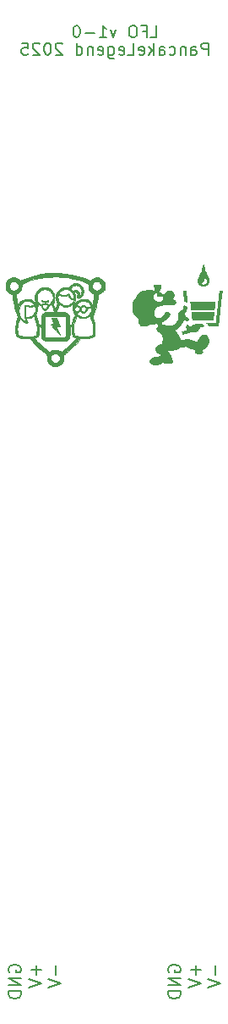
<source format=gbr>
%TF.GenerationSoftware,KiCad,Pcbnew,9.0.1*%
%TF.CreationDate,2025-06-14T20:15:43+10:00*%
%TF.ProjectId,LFO,4c464f2e-6b69-4636-9164-5f7063625858,rev?*%
%TF.SameCoordinates,Original*%
%TF.FileFunction,Legend,Bot*%
%TF.FilePolarity,Positive*%
%FSLAX46Y46*%
G04 Gerber Fmt 4.6, Leading zero omitted, Abs format (unit mm)*
G04 Created by KiCad (PCBNEW 9.0.1) date 2025-06-14 20:15:43*
%MOMM*%
%LPD*%
G01*
G04 APERTURE LIST*
%ADD10C,0.150000*%
%ADD11C,0.200000*%
%ADD12C,0.000000*%
%ADD13C,0.010000*%
G04 APERTURE END LIST*
D10*
X153571428Y-52797343D02*
X154142856Y-52797343D01*
X154142856Y-52797343D02*
X154142856Y-51597343D01*
X152771427Y-52168772D02*
X153171427Y-52168772D01*
X153171427Y-52797343D02*
X153171427Y-51597343D01*
X153171427Y-51597343D02*
X152599999Y-51597343D01*
X151914285Y-51597343D02*
X151685713Y-51597343D01*
X151685713Y-51597343D02*
X151571428Y-51654486D01*
X151571428Y-51654486D02*
X151457142Y-51768772D01*
X151457142Y-51768772D02*
X151399999Y-51997343D01*
X151399999Y-51997343D02*
X151399999Y-52397343D01*
X151399999Y-52397343D02*
X151457142Y-52625915D01*
X151457142Y-52625915D02*
X151571428Y-52740201D01*
X151571428Y-52740201D02*
X151685713Y-52797343D01*
X151685713Y-52797343D02*
X151914285Y-52797343D01*
X151914285Y-52797343D02*
X152028571Y-52740201D01*
X152028571Y-52740201D02*
X152142856Y-52625915D01*
X152142856Y-52625915D02*
X152199999Y-52397343D01*
X152199999Y-52397343D02*
X152199999Y-51997343D01*
X152199999Y-51997343D02*
X152142856Y-51768772D01*
X152142856Y-51768772D02*
X152028571Y-51654486D01*
X152028571Y-51654486D02*
X151914285Y-51597343D01*
X150085713Y-51997343D02*
X149799999Y-52797343D01*
X149799999Y-52797343D02*
X149514284Y-51997343D01*
X148428570Y-52797343D02*
X149114284Y-52797343D01*
X148771427Y-52797343D02*
X148771427Y-51597343D01*
X148771427Y-51597343D02*
X148885713Y-51768772D01*
X148885713Y-51768772D02*
X148999998Y-51883058D01*
X148999998Y-51883058D02*
X149114284Y-51940201D01*
X147914284Y-52340201D02*
X146999999Y-52340201D01*
X146199999Y-51597343D02*
X146085713Y-51597343D01*
X146085713Y-51597343D02*
X145971427Y-51654486D01*
X145971427Y-51654486D02*
X145914285Y-51711629D01*
X145914285Y-51711629D02*
X145857142Y-51825915D01*
X145857142Y-51825915D02*
X145799999Y-52054486D01*
X145799999Y-52054486D02*
X145799999Y-52340201D01*
X145799999Y-52340201D02*
X145857142Y-52568772D01*
X145857142Y-52568772D02*
X145914285Y-52683058D01*
X145914285Y-52683058D02*
X145971427Y-52740201D01*
X145971427Y-52740201D02*
X146085713Y-52797343D01*
X146085713Y-52797343D02*
X146199999Y-52797343D01*
X146199999Y-52797343D02*
X146314285Y-52740201D01*
X146314285Y-52740201D02*
X146371427Y-52683058D01*
X146371427Y-52683058D02*
X146428570Y-52568772D01*
X146428570Y-52568772D02*
X146485713Y-52340201D01*
X146485713Y-52340201D02*
X146485713Y-52054486D01*
X146485713Y-52054486D02*
X146428570Y-51825915D01*
X146428570Y-51825915D02*
X146371427Y-51711629D01*
X146371427Y-51711629D02*
X146314285Y-51654486D01*
X146314285Y-51654486D02*
X146199999Y-51597343D01*
X159342855Y-54547342D02*
X159342855Y-53347342D01*
X159342855Y-53347342D02*
X158885712Y-53347342D01*
X158885712Y-53347342D02*
X158771427Y-53404485D01*
X158771427Y-53404485D02*
X158714284Y-53461628D01*
X158714284Y-53461628D02*
X158657141Y-53575914D01*
X158657141Y-53575914D02*
X158657141Y-53747342D01*
X158657141Y-53747342D02*
X158714284Y-53861628D01*
X158714284Y-53861628D02*
X158771427Y-53918771D01*
X158771427Y-53918771D02*
X158885712Y-53975914D01*
X158885712Y-53975914D02*
X159342855Y-53975914D01*
X157628570Y-54547342D02*
X157628570Y-53918771D01*
X157628570Y-53918771D02*
X157685712Y-53804485D01*
X157685712Y-53804485D02*
X157799998Y-53747342D01*
X157799998Y-53747342D02*
X158028570Y-53747342D01*
X158028570Y-53747342D02*
X158142855Y-53804485D01*
X157628570Y-54490200D02*
X157742855Y-54547342D01*
X157742855Y-54547342D02*
X158028570Y-54547342D01*
X158028570Y-54547342D02*
X158142855Y-54490200D01*
X158142855Y-54490200D02*
X158199998Y-54375914D01*
X158199998Y-54375914D02*
X158199998Y-54261628D01*
X158199998Y-54261628D02*
X158142855Y-54147342D01*
X158142855Y-54147342D02*
X158028570Y-54090200D01*
X158028570Y-54090200D02*
X157742855Y-54090200D01*
X157742855Y-54090200D02*
X157628570Y-54033057D01*
X157057141Y-53747342D02*
X157057141Y-54547342D01*
X157057141Y-53861628D02*
X156999998Y-53804485D01*
X156999998Y-53804485D02*
X156885713Y-53747342D01*
X156885713Y-53747342D02*
X156714284Y-53747342D01*
X156714284Y-53747342D02*
X156599998Y-53804485D01*
X156599998Y-53804485D02*
X156542856Y-53918771D01*
X156542856Y-53918771D02*
X156542856Y-54547342D01*
X155457142Y-54490200D02*
X155571427Y-54547342D01*
X155571427Y-54547342D02*
X155799999Y-54547342D01*
X155799999Y-54547342D02*
X155914284Y-54490200D01*
X155914284Y-54490200D02*
X155971427Y-54433057D01*
X155971427Y-54433057D02*
X156028570Y-54318771D01*
X156028570Y-54318771D02*
X156028570Y-53975914D01*
X156028570Y-53975914D02*
X155971427Y-53861628D01*
X155971427Y-53861628D02*
X155914284Y-53804485D01*
X155914284Y-53804485D02*
X155799999Y-53747342D01*
X155799999Y-53747342D02*
X155571427Y-53747342D01*
X155571427Y-53747342D02*
X155457142Y-53804485D01*
X154428571Y-54547342D02*
X154428571Y-53918771D01*
X154428571Y-53918771D02*
X154485713Y-53804485D01*
X154485713Y-53804485D02*
X154599999Y-53747342D01*
X154599999Y-53747342D02*
X154828571Y-53747342D01*
X154828571Y-53747342D02*
X154942856Y-53804485D01*
X154428571Y-54490200D02*
X154542856Y-54547342D01*
X154542856Y-54547342D02*
X154828571Y-54547342D01*
X154828571Y-54547342D02*
X154942856Y-54490200D01*
X154942856Y-54490200D02*
X154999999Y-54375914D01*
X154999999Y-54375914D02*
X154999999Y-54261628D01*
X154999999Y-54261628D02*
X154942856Y-54147342D01*
X154942856Y-54147342D02*
X154828571Y-54090200D01*
X154828571Y-54090200D02*
X154542856Y-54090200D01*
X154542856Y-54090200D02*
X154428571Y-54033057D01*
X153857142Y-54547342D02*
X153857142Y-53347342D01*
X153742857Y-54090200D02*
X153399999Y-54547342D01*
X153399999Y-53747342D02*
X153857142Y-54204485D01*
X152428570Y-54490200D02*
X152542856Y-54547342D01*
X152542856Y-54547342D02*
X152771428Y-54547342D01*
X152771428Y-54547342D02*
X152885713Y-54490200D01*
X152885713Y-54490200D02*
X152942856Y-54375914D01*
X152942856Y-54375914D02*
X152942856Y-53918771D01*
X152942856Y-53918771D02*
X152885713Y-53804485D01*
X152885713Y-53804485D02*
X152771428Y-53747342D01*
X152771428Y-53747342D02*
X152542856Y-53747342D01*
X152542856Y-53747342D02*
X152428570Y-53804485D01*
X152428570Y-53804485D02*
X152371428Y-53918771D01*
X152371428Y-53918771D02*
X152371428Y-54033057D01*
X152371428Y-54033057D02*
X152942856Y-54147342D01*
X151285714Y-54547342D02*
X151857142Y-54547342D01*
X151857142Y-54547342D02*
X151857142Y-53347342D01*
X150428570Y-54490200D02*
X150542856Y-54547342D01*
X150542856Y-54547342D02*
X150771428Y-54547342D01*
X150771428Y-54547342D02*
X150885713Y-54490200D01*
X150885713Y-54490200D02*
X150942856Y-54375914D01*
X150942856Y-54375914D02*
X150942856Y-53918771D01*
X150942856Y-53918771D02*
X150885713Y-53804485D01*
X150885713Y-53804485D02*
X150771428Y-53747342D01*
X150771428Y-53747342D02*
X150542856Y-53747342D01*
X150542856Y-53747342D02*
X150428570Y-53804485D01*
X150428570Y-53804485D02*
X150371428Y-53918771D01*
X150371428Y-53918771D02*
X150371428Y-54033057D01*
X150371428Y-54033057D02*
X150942856Y-54147342D01*
X149342857Y-53747342D02*
X149342857Y-54718771D01*
X149342857Y-54718771D02*
X149399999Y-54833057D01*
X149399999Y-54833057D02*
X149457142Y-54890200D01*
X149457142Y-54890200D02*
X149571428Y-54947342D01*
X149571428Y-54947342D02*
X149742857Y-54947342D01*
X149742857Y-54947342D02*
X149857142Y-54890200D01*
X149342857Y-54490200D02*
X149457142Y-54547342D01*
X149457142Y-54547342D02*
X149685714Y-54547342D01*
X149685714Y-54547342D02*
X149799999Y-54490200D01*
X149799999Y-54490200D02*
X149857142Y-54433057D01*
X149857142Y-54433057D02*
X149914285Y-54318771D01*
X149914285Y-54318771D02*
X149914285Y-53975914D01*
X149914285Y-53975914D02*
X149857142Y-53861628D01*
X149857142Y-53861628D02*
X149799999Y-53804485D01*
X149799999Y-53804485D02*
X149685714Y-53747342D01*
X149685714Y-53747342D02*
X149457142Y-53747342D01*
X149457142Y-53747342D02*
X149342857Y-53804485D01*
X148314285Y-54490200D02*
X148428571Y-54547342D01*
X148428571Y-54547342D02*
X148657143Y-54547342D01*
X148657143Y-54547342D02*
X148771428Y-54490200D01*
X148771428Y-54490200D02*
X148828571Y-54375914D01*
X148828571Y-54375914D02*
X148828571Y-53918771D01*
X148828571Y-53918771D02*
X148771428Y-53804485D01*
X148771428Y-53804485D02*
X148657143Y-53747342D01*
X148657143Y-53747342D02*
X148428571Y-53747342D01*
X148428571Y-53747342D02*
X148314285Y-53804485D01*
X148314285Y-53804485D02*
X148257143Y-53918771D01*
X148257143Y-53918771D02*
X148257143Y-54033057D01*
X148257143Y-54033057D02*
X148828571Y-54147342D01*
X147742857Y-53747342D02*
X147742857Y-54547342D01*
X147742857Y-53861628D02*
X147685714Y-53804485D01*
X147685714Y-53804485D02*
X147571429Y-53747342D01*
X147571429Y-53747342D02*
X147400000Y-53747342D01*
X147400000Y-53747342D02*
X147285714Y-53804485D01*
X147285714Y-53804485D02*
X147228572Y-53918771D01*
X147228572Y-53918771D02*
X147228572Y-54547342D01*
X146142858Y-54547342D02*
X146142858Y-53347342D01*
X146142858Y-54490200D02*
X146257143Y-54547342D01*
X146257143Y-54547342D02*
X146485715Y-54547342D01*
X146485715Y-54547342D02*
X146600000Y-54490200D01*
X146600000Y-54490200D02*
X146657143Y-54433057D01*
X146657143Y-54433057D02*
X146714286Y-54318771D01*
X146714286Y-54318771D02*
X146714286Y-53975914D01*
X146714286Y-53975914D02*
X146657143Y-53861628D01*
X146657143Y-53861628D02*
X146600000Y-53804485D01*
X146600000Y-53804485D02*
X146485715Y-53747342D01*
X146485715Y-53747342D02*
X146257143Y-53747342D01*
X146257143Y-53747342D02*
X146142858Y-53804485D01*
X144714286Y-53461628D02*
X144657143Y-53404485D01*
X144657143Y-53404485D02*
X144542858Y-53347342D01*
X144542858Y-53347342D02*
X144257143Y-53347342D01*
X144257143Y-53347342D02*
X144142858Y-53404485D01*
X144142858Y-53404485D02*
X144085715Y-53461628D01*
X144085715Y-53461628D02*
X144028572Y-53575914D01*
X144028572Y-53575914D02*
X144028572Y-53690200D01*
X144028572Y-53690200D02*
X144085715Y-53861628D01*
X144085715Y-53861628D02*
X144771429Y-54547342D01*
X144771429Y-54547342D02*
X144028572Y-54547342D01*
X143285715Y-53347342D02*
X143171429Y-53347342D01*
X143171429Y-53347342D02*
X143057143Y-53404485D01*
X143057143Y-53404485D02*
X143000001Y-53461628D01*
X143000001Y-53461628D02*
X142942858Y-53575914D01*
X142942858Y-53575914D02*
X142885715Y-53804485D01*
X142885715Y-53804485D02*
X142885715Y-54090200D01*
X142885715Y-54090200D02*
X142942858Y-54318771D01*
X142942858Y-54318771D02*
X143000001Y-54433057D01*
X143000001Y-54433057D02*
X143057143Y-54490200D01*
X143057143Y-54490200D02*
X143171429Y-54547342D01*
X143171429Y-54547342D02*
X143285715Y-54547342D01*
X143285715Y-54547342D02*
X143400001Y-54490200D01*
X143400001Y-54490200D02*
X143457143Y-54433057D01*
X143457143Y-54433057D02*
X143514286Y-54318771D01*
X143514286Y-54318771D02*
X143571429Y-54090200D01*
X143571429Y-54090200D02*
X143571429Y-53804485D01*
X143571429Y-53804485D02*
X143514286Y-53575914D01*
X143514286Y-53575914D02*
X143457143Y-53461628D01*
X143457143Y-53461628D02*
X143400001Y-53404485D01*
X143400001Y-53404485D02*
X143285715Y-53347342D01*
X142428572Y-53461628D02*
X142371429Y-53404485D01*
X142371429Y-53404485D02*
X142257144Y-53347342D01*
X142257144Y-53347342D02*
X141971429Y-53347342D01*
X141971429Y-53347342D02*
X141857144Y-53404485D01*
X141857144Y-53404485D02*
X141800001Y-53461628D01*
X141800001Y-53461628D02*
X141742858Y-53575914D01*
X141742858Y-53575914D02*
X141742858Y-53690200D01*
X141742858Y-53690200D02*
X141800001Y-53861628D01*
X141800001Y-53861628D02*
X142485715Y-54547342D01*
X142485715Y-54547342D02*
X141742858Y-54547342D01*
X140657144Y-53347342D02*
X141228572Y-53347342D01*
X141228572Y-53347342D02*
X141285715Y-53918771D01*
X141285715Y-53918771D02*
X141228572Y-53861628D01*
X141228572Y-53861628D02*
X141114287Y-53804485D01*
X141114287Y-53804485D02*
X140828572Y-53804485D01*
X140828572Y-53804485D02*
X140714287Y-53861628D01*
X140714287Y-53861628D02*
X140657144Y-53918771D01*
X140657144Y-53918771D02*
X140600001Y-54033057D01*
X140600001Y-54033057D02*
X140600001Y-54318771D01*
X140600001Y-54318771D02*
X140657144Y-54433057D01*
X140657144Y-54433057D02*
X140714287Y-54490200D01*
X140714287Y-54490200D02*
X140828572Y-54547342D01*
X140828572Y-54547342D02*
X141114287Y-54547342D01*
X141114287Y-54547342D02*
X141228572Y-54490200D01*
X141228572Y-54490200D02*
X141285715Y-54433057D01*
D11*
X144093316Y-145483958D02*
X144093316Y-146451578D01*
X143307126Y-146874911D02*
X144577126Y-147298244D01*
X144577126Y-147298244D02*
X143307126Y-147721578D01*
X142093316Y-145483958D02*
X142093316Y-146451578D01*
X142577126Y-145967768D02*
X141609507Y-145967768D01*
X141307126Y-146874911D02*
X142577126Y-147298244D01*
X142577126Y-147298244D02*
X141307126Y-147721578D01*
X139367602Y-146149197D02*
X139307126Y-146028244D01*
X139307126Y-146028244D02*
X139307126Y-145846816D01*
X139307126Y-145846816D02*
X139367602Y-145665387D01*
X139367602Y-145665387D02*
X139488554Y-145544435D01*
X139488554Y-145544435D02*
X139609507Y-145483958D01*
X139609507Y-145483958D02*
X139851411Y-145423482D01*
X139851411Y-145423482D02*
X140032840Y-145423482D01*
X140032840Y-145423482D02*
X140274745Y-145483958D01*
X140274745Y-145483958D02*
X140395697Y-145544435D01*
X140395697Y-145544435D02*
X140516650Y-145665387D01*
X140516650Y-145665387D02*
X140577126Y-145846816D01*
X140577126Y-145846816D02*
X140577126Y-145967768D01*
X140577126Y-145967768D02*
X140516650Y-146149197D01*
X140516650Y-146149197D02*
X140456173Y-146209673D01*
X140456173Y-146209673D02*
X140032840Y-146209673D01*
X140032840Y-146209673D02*
X140032840Y-145967768D01*
X140577126Y-146753958D02*
X139307126Y-146753958D01*
X139307126Y-146753958D02*
X140577126Y-147479673D01*
X140577126Y-147479673D02*
X139307126Y-147479673D01*
X140577126Y-148084434D02*
X139307126Y-148084434D01*
X139307126Y-148084434D02*
X139307126Y-148386815D01*
X139307126Y-148386815D02*
X139367602Y-148568244D01*
X139367602Y-148568244D02*
X139488554Y-148689196D01*
X139488554Y-148689196D02*
X139609507Y-148749673D01*
X139609507Y-148749673D02*
X139851411Y-148810149D01*
X139851411Y-148810149D02*
X140032840Y-148810149D01*
X140032840Y-148810149D02*
X140274745Y-148749673D01*
X140274745Y-148749673D02*
X140395697Y-148689196D01*
X140395697Y-148689196D02*
X140516650Y-148568244D01*
X140516650Y-148568244D02*
X140577126Y-148386815D01*
X140577126Y-148386815D02*
X140577126Y-148084434D01*
X155367602Y-146149197D02*
X155307126Y-146028244D01*
X155307126Y-146028244D02*
X155307126Y-145846816D01*
X155307126Y-145846816D02*
X155367602Y-145665387D01*
X155367602Y-145665387D02*
X155488554Y-145544435D01*
X155488554Y-145544435D02*
X155609507Y-145483958D01*
X155609507Y-145483958D02*
X155851411Y-145423482D01*
X155851411Y-145423482D02*
X156032840Y-145423482D01*
X156032840Y-145423482D02*
X156274745Y-145483958D01*
X156274745Y-145483958D02*
X156395697Y-145544435D01*
X156395697Y-145544435D02*
X156516650Y-145665387D01*
X156516650Y-145665387D02*
X156577126Y-145846816D01*
X156577126Y-145846816D02*
X156577126Y-145967768D01*
X156577126Y-145967768D02*
X156516650Y-146149197D01*
X156516650Y-146149197D02*
X156456173Y-146209673D01*
X156456173Y-146209673D02*
X156032840Y-146209673D01*
X156032840Y-146209673D02*
X156032840Y-145967768D01*
X156577126Y-146753958D02*
X155307126Y-146753958D01*
X155307126Y-146753958D02*
X156577126Y-147479673D01*
X156577126Y-147479673D02*
X155307126Y-147479673D01*
X156577126Y-148084434D02*
X155307126Y-148084434D01*
X155307126Y-148084434D02*
X155307126Y-148386815D01*
X155307126Y-148386815D02*
X155367602Y-148568244D01*
X155367602Y-148568244D02*
X155488554Y-148689196D01*
X155488554Y-148689196D02*
X155609507Y-148749673D01*
X155609507Y-148749673D02*
X155851411Y-148810149D01*
X155851411Y-148810149D02*
X156032840Y-148810149D01*
X156032840Y-148810149D02*
X156274745Y-148749673D01*
X156274745Y-148749673D02*
X156395697Y-148689196D01*
X156395697Y-148689196D02*
X156516650Y-148568244D01*
X156516650Y-148568244D02*
X156577126Y-148386815D01*
X156577126Y-148386815D02*
X156577126Y-148084434D01*
X158093316Y-145483958D02*
X158093316Y-146451578D01*
X158577126Y-145967768D02*
X157609507Y-145967768D01*
X157307126Y-146874911D02*
X158577126Y-147298244D01*
X158577126Y-147298244D02*
X157307126Y-147721578D01*
X160093316Y-145483958D02*
X160093316Y-146451578D01*
X159307126Y-146874911D02*
X160577126Y-147298244D01*
X160577126Y-147298244D02*
X159307126Y-147721578D01*
D12*
%TO.C,G\u002A\u002A\u002A*%
G36*
X157019635Y-78099107D02*
G01*
X157077435Y-78099647D01*
X157119024Y-78100954D01*
X157146337Y-78103163D01*
X157161310Y-78106406D01*
X157165878Y-78110821D01*
X157165878Y-78110840D01*
X157166933Y-78122262D01*
X157169906Y-78150408D01*
X157174580Y-78193342D01*
X157180733Y-78249134D01*
X157188149Y-78315848D01*
X157196609Y-78391553D01*
X157205894Y-78474316D01*
X157215785Y-78562202D01*
X157226063Y-78653279D01*
X157236511Y-78745614D01*
X157246908Y-78837274D01*
X157257037Y-78926326D01*
X157266678Y-79010836D01*
X157275613Y-79088871D01*
X157283623Y-79158499D01*
X157290490Y-79217787D01*
X157295995Y-79264800D01*
X157299918Y-79297607D01*
X157302042Y-79314272D01*
X157307235Y-79350152D01*
X157275808Y-79326182D01*
X157250206Y-79309137D01*
X157202731Y-79283776D01*
X157146986Y-79258955D01*
X157088874Y-79237242D01*
X157034296Y-79221202D01*
X157027454Y-79219523D01*
X156994009Y-79210791D01*
X156968866Y-79203380D01*
X156957032Y-79198745D01*
X156956898Y-79198527D01*
X156954599Y-79186685D01*
X156950435Y-79158423D01*
X156944644Y-79115759D01*
X156937471Y-79060712D01*
X156929158Y-78995300D01*
X156919946Y-78921542D01*
X156910079Y-78841456D01*
X156899799Y-78757062D01*
X156889347Y-78670377D01*
X156878967Y-78583421D01*
X156868900Y-78498211D01*
X156859389Y-78416767D01*
X156850677Y-78341107D01*
X156843004Y-78273249D01*
X156836615Y-78215213D01*
X156831751Y-78169015D01*
X156828654Y-78136679D01*
X156827568Y-78120218D01*
X156827563Y-78099074D01*
X156996708Y-78099074D01*
X157019635Y-78099107D01*
G37*
G36*
X160084784Y-79205567D02*
G01*
X160083811Y-79212001D01*
X160080707Y-79236612D01*
X160075986Y-79276632D01*
X160069880Y-79329991D01*
X160062622Y-79394625D01*
X160054447Y-79468462D01*
X160045587Y-79549436D01*
X160036275Y-79635478D01*
X160030535Y-79688620D01*
X160021576Y-79770798D01*
X160013259Y-79846147D01*
X160005809Y-79912693D01*
X159999450Y-79968457D01*
X159994406Y-80011463D01*
X159990901Y-80039734D01*
X159989159Y-80051294D01*
X159986402Y-80052775D01*
X159976386Y-80054421D01*
X159958286Y-80055893D01*
X159931277Y-80057200D01*
X159894535Y-80058350D01*
X159847238Y-80059352D01*
X159788561Y-80060214D01*
X159717680Y-80060943D01*
X159633772Y-80061549D01*
X159536013Y-80062039D01*
X159423579Y-80062421D01*
X159295646Y-80062704D01*
X159151391Y-80062897D01*
X158989989Y-80063006D01*
X158810617Y-80063040D01*
X158664831Y-80062979D01*
X158523146Y-80062796D01*
X158387879Y-80062501D01*
X158260154Y-80062099D01*
X158141097Y-80061602D01*
X158031834Y-80061014D01*
X157933488Y-80060343D01*
X157847187Y-80059599D01*
X157774052Y-80058787D01*
X157715211Y-80057916D01*
X157671789Y-80056993D01*
X157644911Y-80056027D01*
X157635702Y-80055025D01*
X157635075Y-80048104D01*
X157632568Y-80024075D01*
X157628340Y-79984776D01*
X157622601Y-79932118D01*
X157615560Y-79868009D01*
X157607426Y-79794360D01*
X157598409Y-79713081D01*
X157588717Y-79626081D01*
X157581149Y-79558119D01*
X157571952Y-79475042D01*
X157563593Y-79399014D01*
X157556283Y-79331973D01*
X157550232Y-79275858D01*
X157545649Y-79232605D01*
X157542747Y-79204153D01*
X157541732Y-79192440D01*
X157542387Y-79191453D01*
X157547588Y-79189711D01*
X157558699Y-79188144D01*
X157576578Y-79186743D01*
X157602085Y-79185499D01*
X157636078Y-79184404D01*
X157679417Y-79183448D01*
X157732960Y-79182626D01*
X157797565Y-79181926D01*
X157874093Y-79181340D01*
X157963404Y-79180860D01*
X158066353Y-79180479D01*
X158183802Y-79180184D01*
X158316609Y-79179971D01*
X158465633Y-79179829D01*
X158631733Y-79179750D01*
X158815768Y-79179726D01*
X160089803Y-79179726D01*
X160084784Y-79205567D01*
G37*
G36*
X160797573Y-78134100D02*
G01*
X160796472Y-78142493D01*
X160793165Y-78169570D01*
X160788076Y-78212306D01*
X160781417Y-78268884D01*
X160773402Y-78337486D01*
X160764243Y-78416295D01*
X160754151Y-78503492D01*
X160743338Y-78597260D01*
X160732017Y-78695782D01*
X160714680Y-78846917D01*
X160681401Y-79136965D01*
X160650193Y-79408899D01*
X160621010Y-79663089D01*
X160593810Y-79899907D01*
X160568552Y-80119727D01*
X160545192Y-80322920D01*
X160523686Y-80509857D01*
X160503992Y-80680910D01*
X160486068Y-80836452D01*
X160469869Y-80976856D01*
X160455354Y-81102491D01*
X160442479Y-81213732D01*
X160431201Y-81310949D01*
X160421477Y-81394515D01*
X160413265Y-81464802D01*
X160406521Y-81522182D01*
X160401203Y-81567026D01*
X160397267Y-81599707D01*
X160394672Y-81620597D01*
X160393372Y-81630068D01*
X160388130Y-81660692D01*
X159898616Y-81658259D01*
X159409102Y-81655826D01*
X159397717Y-81617264D01*
X159393915Y-81605713D01*
X159367853Y-81553832D01*
X159325659Y-81498046D01*
X159266766Y-81437680D01*
X159190605Y-81372063D01*
X159153313Y-81342017D01*
X159625509Y-81341522D01*
X159659538Y-81341479D01*
X159765019Y-81341220D01*
X159853342Y-81340763D01*
X159925775Y-81340076D01*
X159983584Y-81339126D01*
X160028038Y-81337880D01*
X160060403Y-81336306D01*
X160081948Y-81334370D01*
X160093938Y-81332039D01*
X160097643Y-81329281D01*
X160097942Y-81325769D01*
X160100051Y-81305506D01*
X160104072Y-81268374D01*
X160109873Y-81215548D01*
X160117323Y-81148199D01*
X160126292Y-81067504D01*
X160136646Y-80974634D01*
X160148258Y-80870764D01*
X160160995Y-80757067D01*
X160174726Y-80634717D01*
X160189320Y-80504888D01*
X160204647Y-80368754D01*
X160220575Y-80227487D01*
X160235712Y-80093332D01*
X160253393Y-79936620D01*
X160271241Y-79778427D01*
X160289026Y-79620768D01*
X160306525Y-79465658D01*
X160323506Y-79315114D01*
X160339745Y-79171150D01*
X160355013Y-79035786D01*
X160369083Y-78911033D01*
X160381728Y-78798908D01*
X160392719Y-78701427D01*
X160401831Y-78620606D01*
X160460091Y-78103774D01*
X160631430Y-78101211D01*
X160802770Y-78098649D01*
X160797573Y-78134100D01*
G37*
G36*
X158917841Y-80232188D02*
G01*
X159078268Y-80232207D01*
X159221448Y-80232260D01*
X159348362Y-80232358D01*
X159459988Y-80232520D01*
X159557306Y-80232760D01*
X159641297Y-80233090D01*
X159712937Y-80233529D01*
X159773210Y-80234090D01*
X159823093Y-80234788D01*
X159863567Y-80235638D01*
X159895609Y-80236655D01*
X159920202Y-80237854D01*
X159938323Y-80239250D01*
X159950953Y-80240858D01*
X159959071Y-80242692D01*
X159963656Y-80244768D01*
X159965688Y-80247101D01*
X159966149Y-80249705D01*
X159966135Y-80250255D01*
X159964902Y-80264879D01*
X159961858Y-80295519D01*
X159957266Y-80339789D01*
X159951387Y-80395305D01*
X159944483Y-80459681D01*
X159936815Y-80530534D01*
X159928645Y-80605479D01*
X159920235Y-80682129D01*
X159911846Y-80758104D01*
X159903740Y-80831015D01*
X159896176Y-80898479D01*
X159889419Y-80958111D01*
X159883728Y-81007526D01*
X159879368Y-81044339D01*
X159876598Y-81066168D01*
X159871028Y-81106104D01*
X158814445Y-81106104D01*
X158769478Y-81106102D01*
X158631822Y-81106068D01*
X158499894Y-81105997D01*
X158374883Y-81105889D01*
X158257977Y-81105749D01*
X158150362Y-81105579D01*
X158053228Y-81105380D01*
X157967761Y-81105157D01*
X157895150Y-81104911D01*
X157836581Y-81104645D01*
X157793243Y-81104362D01*
X157766324Y-81104064D01*
X157757011Y-81103754D01*
X157756323Y-81100350D01*
X157753590Y-81080741D01*
X157749296Y-81046046D01*
X157743683Y-80998517D01*
X157736998Y-80940405D01*
X157729485Y-80873959D01*
X157721392Y-80801431D01*
X157712962Y-80725070D01*
X157704442Y-80647129D01*
X157696076Y-80569856D01*
X157688111Y-80495504D01*
X157680792Y-80426323D01*
X157674363Y-80364562D01*
X157669071Y-80312473D01*
X157665161Y-80272307D01*
X157662878Y-80246313D01*
X157662468Y-80236743D01*
X157669564Y-80236255D01*
X157694352Y-80235696D01*
X157735824Y-80235162D01*
X157792836Y-80234657D01*
X157864246Y-80234187D01*
X157948908Y-80233755D01*
X158045681Y-80233366D01*
X158153419Y-80233024D01*
X158270981Y-80232734D01*
X158397222Y-80232501D01*
X158530999Y-80232329D01*
X158671169Y-80232221D01*
X158816587Y-80232186D01*
X158917841Y-80232188D01*
G37*
G36*
X158500588Y-81370904D02*
G01*
X158577822Y-81376907D01*
X158646736Y-81386835D01*
X158702257Y-81400494D01*
X158731417Y-81410784D01*
X158807395Y-81446482D01*
X158866613Y-81489464D01*
X158908787Y-81539491D01*
X158933634Y-81596324D01*
X158935312Y-81602716D01*
X158940392Y-81628861D01*
X158938379Y-81646968D01*
X158928689Y-81665161D01*
X158924094Y-81671137D01*
X158901233Y-81691268D01*
X158872922Y-81707806D01*
X158837815Y-81719232D01*
X158788389Y-81729497D01*
X158730096Y-81737696D01*
X158667938Y-81743130D01*
X158606913Y-81745097D01*
X158539267Y-81745097D01*
X158527851Y-81780336D01*
X158525076Y-81788634D01*
X158491229Y-81867261D01*
X158444259Y-81947981D01*
X158387639Y-82025422D01*
X158324845Y-82094213D01*
X158270331Y-82141841D01*
X158178641Y-82202156D01*
X158078894Y-82245530D01*
X157971445Y-82271784D01*
X157922877Y-82277071D01*
X157849686Y-82279195D01*
X157770952Y-82276328D01*
X157693668Y-82268773D01*
X157624824Y-82256832D01*
X157596701Y-82250620D01*
X157570423Y-82245930D01*
X157553393Y-82245748D01*
X157540380Y-82250214D01*
X157526156Y-82259468D01*
X157510682Y-82269882D01*
X157443798Y-82307148D01*
X157361657Y-82343267D01*
X157267026Y-82377308D01*
X157162672Y-82408343D01*
X157051363Y-82435441D01*
X156935868Y-82457673D01*
X156832741Y-82474901D01*
X156792815Y-82404843D01*
X156791043Y-82401749D01*
X156765700Y-82359977D01*
X156737669Y-82317208D01*
X156712702Y-82282241D01*
X156691156Y-82253988D01*
X156672425Y-82229276D01*
X156661035Y-82214069D01*
X156657784Y-82208464D01*
X156659202Y-82202093D01*
X156670412Y-82196559D01*
X156694340Y-82190613D01*
X156733910Y-82183009D01*
X156750263Y-82179845D01*
X156807973Y-82166421D01*
X156869544Y-82149180D01*
X156932536Y-82129104D01*
X156994508Y-82107178D01*
X157053019Y-82084385D01*
X157105628Y-82061709D01*
X157149892Y-82040134D01*
X157183372Y-82020643D01*
X157203629Y-82004220D01*
X157208220Y-81991849D01*
X157173095Y-81895604D01*
X157147944Y-81805234D01*
X157133323Y-81723442D01*
X157129123Y-81651295D01*
X157135237Y-81589862D01*
X157151557Y-81540211D01*
X157177974Y-81503408D01*
X157214382Y-81480522D01*
X157260671Y-81472620D01*
X157272080Y-81473352D01*
X157314507Y-81485070D01*
X157363500Y-81509366D01*
X157415948Y-81544023D01*
X157468740Y-81586824D01*
X157518765Y-81635552D01*
X157562911Y-81687991D01*
X157587039Y-81720157D01*
X157637212Y-81675045D01*
X157707012Y-81617298D01*
X157827141Y-81536949D01*
X157957933Y-81470313D01*
X158096964Y-81418560D01*
X158241806Y-81382863D01*
X158269635Y-81378384D01*
X158341426Y-81371449D01*
X158420099Y-81369020D01*
X158500588Y-81370904D01*
G37*
G36*
X159462446Y-77139598D02*
G01*
X159440731Y-77245601D01*
X159401040Y-77347317D01*
X159352337Y-77427898D01*
X159286552Y-77503667D01*
X159208607Y-77567659D01*
X159121056Y-77617797D01*
X159026453Y-77652004D01*
X159018665Y-77653869D01*
X158973232Y-77660723D01*
X158916272Y-77664741D01*
X158853576Y-77665916D01*
X158790935Y-77664244D01*
X158734143Y-77659719D01*
X158688991Y-77652334D01*
X158679948Y-77650120D01*
X158588340Y-77617789D01*
X158506143Y-77570509D01*
X158434981Y-77509918D01*
X158376477Y-77437651D01*
X158339857Y-77369488D01*
X158738977Y-77369488D01*
X158748682Y-77394164D01*
X158770260Y-77425191D01*
X158797383Y-77452487D01*
X158824205Y-77469207D01*
X158855228Y-77478140D01*
X158918401Y-77482137D01*
X158982971Y-77468641D01*
X159047008Y-77438181D01*
X159108581Y-77391286D01*
X159160465Y-77334501D01*
X159197147Y-77271469D01*
X159218169Y-77200838D01*
X159224774Y-77119712D01*
X159224206Y-77098916D01*
X159214667Y-77033360D01*
X159194375Y-76978442D01*
X159164656Y-76935702D01*
X159126833Y-76906678D01*
X159082232Y-76892910D01*
X159032178Y-76895938D01*
X159026346Y-76897391D01*
X158999935Y-76906832D01*
X158982429Y-76917465D01*
X158977901Y-76924702D01*
X158968360Y-76948280D01*
X158957312Y-76982641D01*
X158946338Y-77023147D01*
X158934754Y-77066135D01*
X158916781Y-77116206D01*
X158894516Y-77156761D01*
X158864749Y-77193273D01*
X158824272Y-77231209D01*
X158823172Y-77232160D01*
X158780073Y-77272986D01*
X158752578Y-77308017D01*
X158739331Y-77339452D01*
X158738977Y-77369488D01*
X158339857Y-77369488D01*
X158332258Y-77355343D01*
X158303946Y-77264632D01*
X158301015Y-77248568D01*
X158295126Y-77188968D01*
X158294165Y-77120913D01*
X158298058Y-77051721D01*
X158306732Y-76988710D01*
X158313147Y-76957724D01*
X158324154Y-76914154D01*
X158338183Y-76869821D01*
X158356453Y-76821591D01*
X158380179Y-76766326D01*
X158410576Y-76700892D01*
X158448860Y-76622151D01*
X158483253Y-76551629D01*
X158550622Y-76407482D01*
X158608531Y-76273815D01*
X158658122Y-76147430D01*
X158700539Y-76025130D01*
X158736925Y-75903716D01*
X158768423Y-75779992D01*
X158796177Y-75650758D01*
X158806174Y-75602197D01*
X158817598Y-75551299D01*
X158828197Y-75508592D01*
X158837115Y-75477508D01*
X158843493Y-75461477D01*
X158854007Y-75449907D01*
X158878812Y-75439764D01*
X158906021Y-75442967D01*
X158930095Y-75458269D01*
X158945496Y-75484424D01*
X158948604Y-75497708D01*
X158954435Y-75526095D01*
X158961936Y-75564616D01*
X158970233Y-75608878D01*
X158976747Y-75643309D01*
X159005173Y-75774992D01*
X159039135Y-75904525D01*
X159079635Y-76034742D01*
X159127671Y-76168472D01*
X159184244Y-76308546D01*
X159250353Y-76457796D01*
X159326998Y-76619052D01*
X159336572Y-76638720D01*
X159363957Y-76695949D01*
X159388845Y-76749331D01*
X159409763Y-76795624D01*
X159425236Y-76831587D01*
X159433790Y-76853976D01*
X159451541Y-76920788D01*
X159466082Y-77030822D01*
X159463110Y-77119712D01*
X159462446Y-77139598D01*
G37*
G36*
X155799653Y-78903487D02*
G01*
X155795568Y-78911219D01*
X155801171Y-78914165D01*
X155820765Y-78923879D01*
X155850881Y-78938578D01*
X155887866Y-78956471D01*
X155924700Y-78975707D01*
X155994267Y-79021894D01*
X156050684Y-79073513D01*
X156093456Y-79128915D01*
X156122086Y-79186450D01*
X156136080Y-79244469D01*
X156134941Y-79301324D01*
X156118173Y-79355364D01*
X156085280Y-79404940D01*
X156035767Y-79448404D01*
X155987265Y-79476763D01*
X155910729Y-79508563D01*
X155822087Y-79533409D01*
X155797331Y-79537394D01*
X155751653Y-79542021D01*
X155688061Y-79546659D01*
X155607027Y-79551277D01*
X155509021Y-79555845D01*
X155394516Y-79560334D01*
X155393118Y-79560385D01*
X155306682Y-79563682D01*
X155221718Y-79567228D01*
X155141112Y-79570878D01*
X155067748Y-79574491D01*
X155004513Y-79577925D01*
X154954291Y-79581038D01*
X154919969Y-79583689D01*
X154756994Y-79602736D01*
X154604531Y-79629233D01*
X154468718Y-79662832D01*
X154349069Y-79703799D01*
X154245096Y-79752403D01*
X154156314Y-79808910D01*
X154082236Y-79873586D01*
X154022375Y-79946698D01*
X153976244Y-80028514D01*
X153943359Y-80119300D01*
X153941579Y-80126013D01*
X153930554Y-80186318D01*
X153924616Y-80256060D01*
X153923869Y-80328388D01*
X153928416Y-80396448D01*
X153938358Y-80453389D01*
X153950607Y-80494497D01*
X153988461Y-80581113D01*
X154038679Y-80656839D01*
X154099520Y-80720547D01*
X154169246Y-80771108D01*
X154246115Y-80807392D01*
X154328389Y-80828270D01*
X154414326Y-80832614D01*
X154502188Y-80819293D01*
X154502756Y-80819148D01*
X154574602Y-80796134D01*
X154638187Y-80764853D01*
X154698631Y-80722257D01*
X154761053Y-80665305D01*
X154818197Y-80603375D01*
X154865298Y-80540482D01*
X154905927Y-80471003D01*
X154944104Y-80388867D01*
X154945421Y-80385766D01*
X154972667Y-80328004D01*
X154999635Y-80284957D01*
X155029041Y-80252979D01*
X155063601Y-80228422D01*
X155082259Y-80218598D01*
X155145974Y-80197416D01*
X155213449Y-80191000D01*
X155281653Y-80198228D01*
X155347551Y-80217981D01*
X155408109Y-80249135D01*
X155460294Y-80290573D01*
X155501072Y-80341170D01*
X155527410Y-80399807D01*
X155535908Y-80439551D01*
X155536794Y-80497869D01*
X155523330Y-80557700D01*
X155494886Y-80620728D01*
X155450825Y-80688638D01*
X155390513Y-80763114D01*
X155342335Y-80815208D01*
X155251094Y-80902766D01*
X155148306Y-80990066D01*
X155038070Y-81073888D01*
X154924480Y-81151010D01*
X154811630Y-81218214D01*
X154799991Y-81224576D01*
X154759775Y-81246321D01*
X154732640Y-81262854D01*
X154717116Y-81278095D01*
X154711730Y-81295963D01*
X154715013Y-81320379D01*
X154725493Y-81355261D01*
X154741697Y-81404530D01*
X154755240Y-81444139D01*
X154766864Y-81470819D01*
X154777798Y-81485991D01*
X154789924Y-81493112D01*
X154796462Y-81494710D01*
X154821695Y-81499342D01*
X154861379Y-81505728D01*
X154912761Y-81513473D01*
X154973091Y-81522184D01*
X155039619Y-81531467D01*
X155109592Y-81540929D01*
X155180260Y-81550174D01*
X155248872Y-81558810D01*
X155254133Y-81559425D01*
X155296865Y-81563087D01*
X155352969Y-81566274D01*
X155417765Y-81568798D01*
X155486578Y-81570468D01*
X155554729Y-81571100D01*
X155761918Y-81571253D01*
X155831940Y-81536535D01*
X155901882Y-81495596D01*
X155976207Y-81437600D01*
X156050343Y-81364241D01*
X156125355Y-81274457D01*
X156202310Y-81167184D01*
X156229295Y-81125872D01*
X156262040Y-81073174D01*
X156292237Y-81022106D01*
X156315739Y-80979528D01*
X156323885Y-80963926D01*
X156338720Y-80934600D01*
X156348496Y-80910793D01*
X156353430Y-80888516D01*
X156353740Y-80863779D01*
X156349646Y-80832594D01*
X156341364Y-80790972D01*
X156329114Y-80734924D01*
X156314990Y-80651605D01*
X156308048Y-80546984D01*
X156308705Y-80508512D01*
X156319654Y-80410649D01*
X156344579Y-80324782D01*
X156384199Y-80249752D01*
X156439230Y-80184400D01*
X156510390Y-80127568D01*
X156598397Y-80078095D01*
X156626202Y-80064798D01*
X156669199Y-80044183D01*
X156706949Y-80026025D01*
X156733592Y-80013138D01*
X156758388Y-79998956D01*
X156780699Y-79978685D01*
X156796345Y-79951836D01*
X156806491Y-79915380D01*
X156812300Y-79866291D01*
X156814935Y-79801543D01*
X156815360Y-79784456D01*
X156819329Y-79720705D01*
X156827449Y-79672057D01*
X156840658Y-79635705D01*
X156859893Y-79608843D01*
X156886094Y-79588665D01*
X156923932Y-79574349D01*
X156973425Y-79572057D01*
X157026927Y-79583343D01*
X157081418Y-79606864D01*
X157133876Y-79641275D01*
X157181280Y-79685236D01*
X157220608Y-79737399D01*
X157222067Y-79739785D01*
X157242265Y-79777302D01*
X157253208Y-79811295D01*
X157258122Y-79851582D01*
X157258698Y-79879323D01*
X157256336Y-79916174D01*
X157251025Y-79943762D01*
X157249168Y-79948467D01*
X157236745Y-79971943D01*
X157216217Y-80005535D01*
X157189952Y-80045475D01*
X157160322Y-80087996D01*
X157149064Y-80103805D01*
X157092465Y-80188046D01*
X157049449Y-80262019D01*
X157019477Y-80327445D01*
X157002011Y-80386045D01*
X156996508Y-80439545D01*
X157002431Y-80489664D01*
X157019238Y-80538125D01*
X157026225Y-80552047D01*
X157062245Y-80604368D01*
X157112706Y-80657342D01*
X157174591Y-80708085D01*
X157244884Y-80753717D01*
X157266126Y-80766021D01*
X157302304Y-80787561D01*
X157331892Y-80805898D01*
X157349991Y-80818035D01*
X157380619Y-80851207D01*
X157401270Y-80896150D01*
X157409722Y-80946850D01*
X157405171Y-80998337D01*
X157386815Y-81045644D01*
X157368482Y-81070698D01*
X157327374Y-81102929D01*
X157274978Y-81122217D01*
X157212846Y-81128474D01*
X157142530Y-81121612D01*
X157065582Y-81101545D01*
X156983555Y-81068187D01*
X156983515Y-81068168D01*
X156954850Y-81054849D01*
X156934118Y-81045850D01*
X156925803Y-81043116D01*
X156922062Y-81050133D01*
X156911164Y-81070716D01*
X156894909Y-81101469D01*
X156875096Y-81138993D01*
X156816619Y-81242283D01*
X156738335Y-81364051D01*
X156651524Y-81484493D01*
X156558893Y-81600253D01*
X156463148Y-81707971D01*
X156366995Y-81804291D01*
X156273142Y-81885853D01*
X156247312Y-81905932D01*
X156206097Y-81936581D01*
X156162717Y-81967573D01*
X156120595Y-81996564D01*
X156083158Y-82021210D01*
X156053830Y-82039168D01*
X156036037Y-82048093D01*
X156034730Y-82051255D01*
X156041624Y-82066493D01*
X156059243Y-82092235D01*
X156086250Y-82126397D01*
X156154775Y-82211194D01*
X156244247Y-82329076D01*
X156326609Y-82446057D01*
X156400886Y-82560465D01*
X156466101Y-82670628D01*
X156521278Y-82774874D01*
X156565443Y-82871531D01*
X156597618Y-82958928D01*
X156616829Y-83035394D01*
X156620415Y-83051899D01*
X156627496Y-83065133D01*
X156638427Y-83065194D01*
X156643499Y-83063501D01*
X156666615Y-83057053D01*
X156703560Y-83047498D01*
X156751232Y-83035581D01*
X156806533Y-83022045D01*
X156866364Y-83007632D01*
X156927630Y-82993087D01*
X156987228Y-82979152D01*
X157042062Y-82966572D01*
X157089034Y-82956089D01*
X157125043Y-82948446D01*
X157156052Y-82942821D01*
X157226214Y-82934029D01*
X157298001Y-82929615D01*
X157366457Y-82929652D01*
X157426623Y-82934211D01*
X157473543Y-82943364D01*
X157481269Y-82945849D01*
X157517590Y-82962801D01*
X157543428Y-82983642D01*
X157552603Y-82993013D01*
X157580327Y-83009783D01*
X157621658Y-83022212D01*
X157638592Y-83026093D01*
X157699378Y-83041185D01*
X157772035Y-83060549D01*
X157852105Y-83082923D01*
X157935128Y-83107044D01*
X158016645Y-83131648D01*
X158092198Y-83155475D01*
X158127073Y-83166579D01*
X158172247Y-83180342D01*
X158208822Y-83190740D01*
X158233723Y-83196912D01*
X158243873Y-83197994D01*
X158245381Y-83195673D01*
X158253231Y-83179475D01*
X158265375Y-83151875D01*
X158279891Y-83117187D01*
X158289493Y-83094233D01*
X158347440Y-82973066D01*
X158412962Y-82862055D01*
X158484802Y-82762639D01*
X158561703Y-82676259D01*
X158642408Y-82604353D01*
X158725661Y-82548362D01*
X158810204Y-82509725D01*
X158851810Y-82496932D01*
X158941462Y-82481160D01*
X159026827Y-82482526D01*
X159106560Y-82500934D01*
X159179311Y-82536288D01*
X159186467Y-82540944D01*
X159256123Y-82598116D01*
X159316711Y-82669974D01*
X159367121Y-82754338D01*
X159406244Y-82849028D01*
X159432972Y-82951866D01*
X159446194Y-83060673D01*
X159446641Y-83069723D01*
X159442805Y-83191898D01*
X159420911Y-83311441D01*
X159381577Y-83427439D01*
X159325419Y-83538975D01*
X159253057Y-83645135D01*
X159165107Y-83745001D01*
X159062188Y-83837659D01*
X158944917Y-83922195D01*
X158813913Y-83997689D01*
X158802832Y-84003471D01*
X158773115Y-84020029D01*
X158752384Y-84033190D01*
X158744584Y-84040516D01*
X158747945Y-84047268D01*
X158761095Y-84064730D01*
X158780798Y-84087501D01*
X158806550Y-84117357D01*
X158826052Y-84146275D01*
X158835834Y-84172840D01*
X158838513Y-84202253D01*
X158836212Y-84228769D01*
X158827647Y-84254315D01*
X158810689Y-84281376D01*
X158783214Y-84313322D01*
X158743096Y-84353523D01*
X158737380Y-84358994D01*
X158671103Y-84415888D01*
X158607766Y-84456643D01*
X158544068Y-84482635D01*
X158476717Y-84495243D01*
X158402413Y-84495843D01*
X158384936Y-84494528D01*
X158297601Y-84479996D01*
X158222867Y-84452521D01*
X158159239Y-84411396D01*
X158105223Y-84355919D01*
X158095966Y-84343694D01*
X158059034Y-84279437D01*
X158034827Y-84205225D01*
X158022399Y-84118358D01*
X158016279Y-84034311D01*
X157927008Y-84018550D01*
X157801221Y-83991887D01*
X157677400Y-83957015D01*
X157558924Y-83915214D01*
X157448477Y-83867639D01*
X157348741Y-83815448D01*
X157262399Y-83759795D01*
X157192133Y-83701837D01*
X157157332Y-83668516D01*
X157102862Y-83692627D01*
X157067471Y-83707779D01*
X156987293Y-83737590D01*
X156908006Y-83759810D01*
X156824775Y-83775435D01*
X156732767Y-83785467D01*
X156627147Y-83790903D01*
X156459621Y-83796002D01*
X156415715Y-83843005D01*
X156372712Y-83884214D01*
X156288863Y-83944872D01*
X156190645Y-83995359D01*
X156079097Y-84035450D01*
X155955255Y-84064919D01*
X155820156Y-84083543D01*
X155674839Y-84091097D01*
X155520339Y-84087355D01*
X155357698Y-84072094D01*
X155333446Y-84069119D01*
X155299576Y-84065368D01*
X155276312Y-84063328D01*
X155267666Y-84063387D01*
X155272238Y-84070576D01*
X155285929Y-84090002D01*
X155306552Y-84118523D01*
X155331885Y-84153044D01*
X155383190Y-84223834D01*
X155477884Y-84362533D01*
X155561488Y-84496369D01*
X155633518Y-84624327D01*
X155693490Y-84745389D01*
X155740917Y-84858541D01*
X155775316Y-84962765D01*
X155796201Y-85057045D01*
X155803087Y-85140366D01*
X155802484Y-85159576D01*
X155792273Y-85216172D01*
X155767787Y-85265731D01*
X155726868Y-85313146D01*
X155720727Y-85318909D01*
X155676933Y-85352537D01*
X155625899Y-85378876D01*
X155565419Y-85398505D01*
X155493289Y-85411994D01*
X155407303Y-85419923D01*
X155305254Y-85422861D01*
X155281578Y-85422930D01*
X155213827Y-85422070D01*
X155159006Y-85419298D01*
X155112660Y-85414311D01*
X155070330Y-85406804D01*
X155063477Y-85405298D01*
X155016884Y-85392690D01*
X154969759Y-85376466D01*
X154925846Y-85358299D01*
X154888889Y-85339858D01*
X154862632Y-85322815D01*
X154850818Y-85308839D01*
X154845784Y-85288414D01*
X154840032Y-85261789D01*
X154833858Y-85231125D01*
X154774380Y-85285282D01*
X154743818Y-85311746D01*
X154646653Y-85381985D01*
X154538601Y-85442466D01*
X154424726Y-85490588D01*
X154310093Y-85523753D01*
X154278849Y-85529970D01*
X154241255Y-85535236D01*
X154200414Y-85538024D01*
X154151166Y-85538653D01*
X154088347Y-85537442D01*
X154072209Y-85536927D01*
X154017020Y-85534403D01*
X153964939Y-85530964D01*
X153921193Y-85526995D01*
X153891011Y-85522884D01*
X153865381Y-85517740D01*
X153763538Y-85489443D01*
X153675749Y-85451536D01*
X153602624Y-85404578D01*
X153544775Y-85349128D01*
X153502813Y-85285742D01*
X153477349Y-85214981D01*
X153468996Y-85137402D01*
X153469525Y-85122505D01*
X153483022Y-85055268D01*
X153513761Y-84989502D01*
X153560472Y-84926472D01*
X153621883Y-84867441D01*
X153696725Y-84813675D01*
X153783725Y-84766437D01*
X153881614Y-84726990D01*
X153899805Y-84720980D01*
X153977003Y-84700174D01*
X154057820Y-84686483D01*
X154147072Y-84679264D01*
X154249573Y-84677875D01*
X154304125Y-84678309D01*
X154344924Y-84677882D01*
X154373784Y-84676224D01*
X154394174Y-84672986D01*
X154409563Y-84667820D01*
X154423417Y-84660375D01*
X154458572Y-84642941D01*
X154510291Y-84626761D01*
X154559247Y-84620621D01*
X154588489Y-84620569D01*
X154565668Y-84557140D01*
X154557624Y-84535139D01*
X154546521Y-84510114D01*
X154533586Y-84493963D01*
X154513771Y-84481209D01*
X154482024Y-84466369D01*
X154472080Y-84461823D01*
X154376754Y-84410146D01*
X154289962Y-84348464D01*
X154213757Y-84278873D01*
X154150188Y-84203474D01*
X154101306Y-84124365D01*
X154069161Y-84043647D01*
X154062246Y-84013368D01*
X154055801Y-83949277D01*
X154057709Y-83882033D01*
X154067579Y-83818476D01*
X154085022Y-83765445D01*
X154129496Y-83690405D01*
X154191038Y-83621960D01*
X154267715Y-83563030D01*
X154358691Y-83514147D01*
X154463130Y-83475848D01*
X154580196Y-83448666D01*
X154604695Y-83444132D01*
X154640061Y-83436511D01*
X154665489Y-83429633D01*
X154676663Y-83424577D01*
X154677801Y-83421677D01*
X154681191Y-83403136D01*
X154684728Y-83372558D01*
X154687811Y-83334805D01*
X154688522Y-83325500D01*
X154697398Y-83262472D01*
X154712616Y-83197371D01*
X154732692Y-83134365D01*
X154756141Y-83077621D01*
X154781479Y-83031305D01*
X154807222Y-82999586D01*
X154809462Y-82997529D01*
X154817041Y-82988413D01*
X154819085Y-82976948D01*
X154815529Y-82957949D01*
X154806307Y-82926235D01*
X154787322Y-82855795D01*
X154768651Y-82769171D01*
X154754085Y-82682099D01*
X154745297Y-82603432D01*
X154738870Y-82517372D01*
X154499815Y-82326850D01*
X154458501Y-82293838D01*
X154383748Y-82233380D01*
X154322167Y-82182119D01*
X154272517Y-82138638D01*
X154233555Y-82101519D01*
X154204040Y-82069344D01*
X154182728Y-82040698D01*
X154168377Y-82014161D01*
X154159746Y-81988317D01*
X154155592Y-81961748D01*
X154154673Y-81933037D01*
X154156833Y-81900622D01*
X154165095Y-81866166D01*
X154181414Y-81831316D01*
X154207757Y-81792009D01*
X154246092Y-81744180D01*
X154254281Y-81734389D01*
X154279451Y-81702630D01*
X154294445Y-81679365D01*
X154301522Y-81660533D01*
X154302940Y-81642081D01*
X154302919Y-81641513D01*
X154296569Y-81603493D01*
X154281594Y-81556690D01*
X154260367Y-81507418D01*
X154235260Y-81461991D01*
X154208266Y-81419424D01*
X154106020Y-81444954D01*
X154080941Y-81451029D01*
X153977133Y-81472423D01*
X153864490Y-81489692D01*
X153739765Y-81503279D01*
X153599705Y-81513626D01*
X153421162Y-81524269D01*
X153361878Y-81564932D01*
X153300202Y-81603421D01*
X153195513Y-81654198D01*
X153088292Y-81689686D01*
X153075874Y-81692611D01*
X153007070Y-81703082D01*
X152931245Y-81706854D01*
X152854601Y-81704097D01*
X152783349Y-81694981D01*
X152723693Y-81679680D01*
X152717269Y-81677355D01*
X152631590Y-81636537D01*
X152553488Y-81581269D01*
X152486380Y-81514391D01*
X152433687Y-81438745D01*
X152408434Y-81385836D01*
X152381086Y-81297669D01*
X152366566Y-81202284D01*
X152365436Y-81104076D01*
X152378262Y-81007439D01*
X152378860Y-81004610D01*
X152385601Y-80971973D01*
X152390379Y-80947477D01*
X152392195Y-80936237D01*
X152391445Y-80934953D01*
X152380461Y-80923948D01*
X152358400Y-80904097D01*
X152327880Y-80877715D01*
X152291514Y-80847117D01*
X152223752Y-80788841D01*
X152137883Y-80709208D01*
X152057955Y-80628568D01*
X151985950Y-80549136D01*
X151923856Y-80473129D01*
X151873658Y-80402762D01*
X151837342Y-80340251D01*
X151816801Y-80290365D01*
X151795521Y-80217992D01*
X151776950Y-80131784D01*
X151761430Y-80034331D01*
X151749306Y-79928219D01*
X151740922Y-79816034D01*
X151736621Y-79700364D01*
X151736749Y-79583795D01*
X151738824Y-79507599D01*
X151742284Y-79440792D01*
X151747950Y-79384929D01*
X151756756Y-79335960D01*
X151769639Y-79289836D01*
X151787534Y-79242508D01*
X151811379Y-79189926D01*
X151842109Y-79128042D01*
X151869913Y-79074850D01*
X151930510Y-78967330D01*
X151997108Y-78858725D01*
X152068160Y-78751050D01*
X152078329Y-78736650D01*
X153853455Y-78736650D01*
X153868735Y-78811963D01*
X153900863Y-78887590D01*
X153923461Y-78924329D01*
X153980989Y-78992786D01*
X154053242Y-79053484D01*
X154138084Y-79105013D01*
X154233384Y-79145971D01*
X154337010Y-79174952D01*
X154363608Y-79179948D01*
X154452307Y-79188163D01*
X154537321Y-79183513D01*
X154614964Y-79166404D01*
X154681548Y-79137237D01*
X154703753Y-79122674D01*
X154753639Y-79076443D01*
X154792265Y-79020228D01*
X154817170Y-78958164D01*
X154825897Y-78894388D01*
X154824995Y-78873945D01*
X154812158Y-78806390D01*
X154785680Y-78735547D01*
X154747553Y-78666025D01*
X154699769Y-78602434D01*
X154659007Y-78556072D01*
X154639965Y-78593038D01*
X154603126Y-78647139D01*
X154555082Y-78687053D01*
X154496982Y-78711160D01*
X154429288Y-78719182D01*
X154388602Y-78716104D01*
X154328627Y-78699460D01*
X154277092Y-78670409D01*
X154235715Y-78631255D01*
X154206212Y-78584301D01*
X154190299Y-78531851D01*
X154189694Y-78476209D01*
X154206112Y-78419679D01*
X154224796Y-78378499D01*
X154156057Y-78382911D01*
X154133914Y-78384982D01*
X154059366Y-78402519D01*
X153994638Y-78434265D01*
X153940736Y-78478234D01*
X153898664Y-78532443D01*
X153869423Y-78594905D01*
X153854018Y-78663635D01*
X153853455Y-78736650D01*
X152078329Y-78736650D01*
X152142119Y-78646319D01*
X152217439Y-78546546D01*
X152292573Y-78453745D01*
X152365976Y-78369932D01*
X152436100Y-78297120D01*
X152501398Y-78237323D01*
X152560325Y-78192557D01*
X152608672Y-78165579D01*
X152682710Y-78135673D01*
X152772486Y-78108994D01*
X152876422Y-78085940D01*
X152992940Y-78066907D01*
X153120459Y-78052288D01*
X153192750Y-78047060D01*
X153280214Y-78043543D01*
X153374317Y-78042107D01*
X153471433Y-78042659D01*
X153567936Y-78045102D01*
X153660200Y-78049344D01*
X153744602Y-78055290D01*
X153817514Y-78062845D01*
X153875311Y-78071916D01*
X153895566Y-78075611D01*
X153918534Y-78078668D01*
X153928908Y-78078405D01*
X153929950Y-78075491D01*
X153933340Y-78057749D01*
X153937829Y-78027838D01*
X153942731Y-77990138D01*
X153946116Y-77955572D01*
X153946014Y-77871456D01*
X153932316Y-77790232D01*
X153904101Y-77705097D01*
X153902461Y-77700957D01*
X153885257Y-77646358D01*
X153881364Y-77602221D01*
X153890943Y-77565750D01*
X153914159Y-77534155D01*
X153915118Y-77533202D01*
X153929860Y-77520292D01*
X153946625Y-77509889D01*
X153967507Y-77501721D01*
X153994603Y-77495515D01*
X154030009Y-77490998D01*
X154075822Y-77487896D01*
X154134137Y-77485938D01*
X154207051Y-77484850D01*
X154296660Y-77484359D01*
X154371659Y-77484191D01*
X154435123Y-77484250D01*
X154484080Y-77484689D01*
X154520736Y-77485644D01*
X154547301Y-77487251D01*
X154565980Y-77489648D01*
X154578982Y-77492973D01*
X154588513Y-77497361D01*
X154596782Y-77502948D01*
X154619814Y-77523242D01*
X154642187Y-77548364D01*
X154642743Y-77549126D01*
X154656224Y-77582367D01*
X154660271Y-77630082D01*
X154655233Y-77690752D01*
X154641466Y-77762859D01*
X154619321Y-77844884D01*
X154589148Y-77935308D01*
X154551302Y-78032615D01*
X154506134Y-78135281D01*
X154494461Y-78160924D01*
X154480672Y-78192971D01*
X154471961Y-78215566D01*
X154469846Y-78224959D01*
X154469897Y-78225003D01*
X154479926Y-78230804D01*
X154502007Y-78242421D01*
X154531455Y-78257391D01*
X154565601Y-78276049D01*
X154613920Y-78305197D01*
X154668642Y-78340212D01*
X154725312Y-78378106D01*
X154779474Y-78415895D01*
X154826670Y-78450592D01*
X154862446Y-78479209D01*
X154864944Y-78481351D01*
X154889664Y-78501827D01*
X154907864Y-78515636D01*
X154915761Y-78519891D01*
X154920425Y-78511616D01*
X154931823Y-78489749D01*
X154948148Y-78457749D01*
X154967638Y-78419041D01*
X154972168Y-78410049D01*
X154998439Y-78361341D01*
X155023969Y-78322157D01*
X155053774Y-78285506D01*
X155092865Y-78244394D01*
X155095249Y-78242003D01*
X155161730Y-78182730D01*
X155227972Y-78139586D01*
X155298123Y-78110858D01*
X155376330Y-78094830D01*
X155466737Y-78089789D01*
X155538098Y-78092365D01*
X155633072Y-78106353D01*
X155716216Y-78133038D01*
X155789266Y-78173034D01*
X155853954Y-78226955D01*
X155885340Y-78261559D01*
X155933442Y-78333819D01*
X155964359Y-78411662D01*
X155977562Y-78493523D01*
X155972521Y-78577834D01*
X155956785Y-78639243D01*
X155927279Y-78711859D01*
X155887797Y-78783878D01*
X155841209Y-78849371D01*
X155833530Y-78858853D01*
X155813175Y-78884855D01*
X155806257Y-78894388D01*
X155799653Y-78903487D01*
G37*
D13*
%TO.C,Ref\u002A\u002A*%
X143286870Y-79081954D02*
X143301500Y-79115623D01*
X143295914Y-79135945D01*
X143257551Y-79176409D01*
X143189674Y-79214775D01*
X143100417Y-79245779D01*
X143031926Y-79256333D01*
X142939415Y-79255459D01*
X142842977Y-79242445D01*
X142751865Y-79219687D01*
X142675330Y-79189582D01*
X142622625Y-79154527D01*
X142603000Y-79116919D01*
X142603957Y-79105227D01*
X142625483Y-79078052D01*
X142676487Y-79078208D01*
X142758485Y-79105583D01*
X142790633Y-79116180D01*
X142869449Y-79131367D01*
X142952250Y-79137333D01*
X142995937Y-79135504D01*
X143079672Y-79124055D01*
X143146015Y-79105583D01*
X143166722Y-79097264D01*
X143242290Y-79075857D01*
X143286870Y-79081954D01*
G36*
X143286870Y-79081954D02*
G01*
X143301500Y-79115623D01*
X143295914Y-79135945D01*
X143257551Y-79176409D01*
X143189674Y-79214775D01*
X143100417Y-79245779D01*
X143031926Y-79256333D01*
X142939415Y-79255459D01*
X142842977Y-79242445D01*
X142751865Y-79219687D01*
X142675330Y-79189582D01*
X142622625Y-79154527D01*
X142603000Y-79116919D01*
X142603957Y-79105227D01*
X142625483Y-79078052D01*
X142676487Y-79078208D01*
X142758485Y-79105583D01*
X142790633Y-79116180D01*
X142869449Y-79131367D01*
X142952250Y-79137333D01*
X142995937Y-79135504D01*
X143079672Y-79124055D01*
X143146015Y-79105583D01*
X143166722Y-79097264D01*
X143242290Y-79075857D01*
X143286870Y-79081954D01*
G37*
X143875246Y-80835344D02*
X144152658Y-80841250D01*
X144317613Y-81254000D01*
X144482567Y-81666750D01*
X144286575Y-81677333D01*
X144090583Y-81687917D01*
X144248422Y-82016000D01*
X144285523Y-82093336D01*
X144339288Y-82206162D01*
X144386972Y-82307085D01*
X144424454Y-82387373D01*
X144447615Y-82438289D01*
X144468198Y-82485748D01*
X144478356Y-82514531D01*
X144471378Y-82515500D01*
X144447223Y-82494714D01*
X144443609Y-82491263D01*
X144412765Y-82458472D01*
X144360719Y-82400612D01*
X144291565Y-82322426D01*
X144209393Y-82228656D01*
X144118298Y-82124044D01*
X144022369Y-82013331D01*
X143925701Y-81901259D01*
X143832385Y-81792570D01*
X143746513Y-81692006D01*
X143672177Y-81604308D01*
X143613470Y-81534220D01*
X143574483Y-81486482D01*
X143559310Y-81465836D01*
X143561281Y-81462005D01*
X143591960Y-81452714D01*
X143652033Y-81444938D01*
X143732259Y-81440054D01*
X143911981Y-81433917D01*
X143754907Y-81153477D01*
X143726866Y-81103063D01*
X143675852Y-81009349D01*
X143634925Y-80931490D01*
X143607710Y-80876462D01*
X143597833Y-80851238D01*
X143608729Y-80843976D01*
X143658924Y-80837186D01*
X143748334Y-80834276D01*
X143875246Y-80835344D01*
G36*
X143875246Y-80835344D02*
G01*
X144152658Y-80841250D01*
X144317613Y-81254000D01*
X144482567Y-81666750D01*
X144286575Y-81677333D01*
X144090583Y-81687917D01*
X144248422Y-82016000D01*
X144285523Y-82093336D01*
X144339288Y-82206162D01*
X144386972Y-82307085D01*
X144424454Y-82387373D01*
X144447615Y-82438289D01*
X144468198Y-82485748D01*
X144478356Y-82514531D01*
X144471378Y-82515500D01*
X144447223Y-82494714D01*
X144443609Y-82491263D01*
X144412765Y-82458472D01*
X144360719Y-82400612D01*
X144291565Y-82322426D01*
X144209393Y-82228656D01*
X144118298Y-82124044D01*
X144022369Y-82013331D01*
X143925701Y-81901259D01*
X143832385Y-81792570D01*
X143746513Y-81692006D01*
X143672177Y-81604308D01*
X143613470Y-81534220D01*
X143574483Y-81486482D01*
X143559310Y-81465836D01*
X143561281Y-81462005D01*
X143591960Y-81452714D01*
X143652033Y-81444938D01*
X143732259Y-81440054D01*
X143911981Y-81433917D01*
X143754907Y-81153477D01*
X143726866Y-81103063D01*
X143675852Y-81009349D01*
X143634925Y-80931490D01*
X143607710Y-80876462D01*
X143597833Y-80851238D01*
X143608729Y-80843976D01*
X143658924Y-80837186D01*
X143748334Y-80834276D01*
X143875246Y-80835344D01*
G37*
X148984737Y-77641985D02*
X148983501Y-77742784D01*
X148978763Y-77815197D01*
X148968421Y-77871359D01*
X148950376Y-77923408D01*
X148922528Y-77983480D01*
X148888865Y-78043091D01*
X148825170Y-78134561D01*
X148758694Y-78211822D01*
X148738973Y-78230408D01*
X148665209Y-78288475D01*
X148578686Y-78344704D01*
X148490693Y-78392740D01*
X148412517Y-78426228D01*
X148355445Y-78438816D01*
X148337573Y-78441987D01*
X148320973Y-78458540D01*
X148318685Y-78465262D01*
X148308297Y-78495786D01*
X148297291Y-78560906D01*
X148285701Y-78661083D01*
X148265591Y-78824233D01*
X148218115Y-79114609D01*
X148154613Y-79425321D01*
X148110275Y-79609618D01*
X148077509Y-79745816D01*
X148024256Y-79938678D01*
X147989227Y-80065543D01*
X147892191Y-80373950D01*
X147891660Y-80375530D01*
X147852145Y-80496409D01*
X147818767Y-80604847D01*
X147793479Y-80693963D01*
X147778236Y-80756874D01*
X147774992Y-80786700D01*
X147778206Y-80796656D01*
X147794180Y-80844138D01*
X147818661Y-80915674D01*
X147847805Y-81000000D01*
X147893065Y-81141226D01*
X147937519Y-81319979D01*
X147966870Y-81503041D01*
X147982967Y-81702722D01*
X147987224Y-81910167D01*
X147987658Y-81931333D01*
X147983058Y-82152896D01*
X147969159Y-82345101D01*
X147945861Y-82497957D01*
X147913052Y-82612473D01*
X147892505Y-82647213D01*
X147849865Y-82683502D01*
X147781986Y-82717338D01*
X147683294Y-82751410D01*
X147548215Y-82788404D01*
X147466014Y-82808384D01*
X147452854Y-82810931D01*
X147234367Y-82853218D01*
X147010788Y-82876981D01*
X146775313Y-82882093D01*
X146534377Y-82878785D01*
X146356374Y-83093832D01*
X146133399Y-83349601D01*
X145863951Y-83630949D01*
X145577840Y-83904540D01*
X145286032Y-84159928D01*
X144999492Y-84386667D01*
X144951333Y-84422752D01*
X144877832Y-84479626D01*
X144831153Y-84520158D01*
X144806164Y-84549810D01*
X144797734Y-84574047D01*
X144800734Y-84598333D01*
X144804331Y-84618816D01*
X144809676Y-84681092D01*
X144813261Y-84766526D01*
X144814298Y-84850199D01*
X144814455Y-84862917D01*
X144813816Y-84933436D01*
X144809897Y-85016123D01*
X144800277Y-85078685D01*
X144782531Y-85134587D01*
X144754234Y-85197296D01*
X144725158Y-85251155D01*
X144619431Y-85391996D01*
X144485608Y-85510928D01*
X144332363Y-85601160D01*
X144168375Y-85655900D01*
X144005036Y-85672143D01*
X143831279Y-85652192D01*
X143665723Y-85596816D01*
X143514362Y-85509531D01*
X143383190Y-85393852D01*
X143278204Y-85253291D01*
X143205399Y-85091365D01*
X143191309Y-85024767D01*
X143181855Y-84930995D01*
X143179285Y-84860191D01*
X143536316Y-84860191D01*
X143554529Y-84974941D01*
X143602516Y-85083367D01*
X143681713Y-85179366D01*
X143793557Y-85256834D01*
X143920664Y-85301606D01*
X144052194Y-85306950D01*
X144179398Y-85271486D01*
X144297338Y-85195812D01*
X144307941Y-85186493D01*
X144395050Y-85083460D01*
X144446547Y-84969292D01*
X144464695Y-84850199D01*
X144451758Y-84732390D01*
X144409998Y-84622076D01*
X144341679Y-84525467D01*
X144249065Y-84448771D01*
X144134417Y-84398200D01*
X144000000Y-84379963D01*
X143971804Y-84380694D01*
X143841554Y-84405210D01*
X143732456Y-84460025D01*
X143645946Y-84539034D01*
X143583461Y-84636134D01*
X143546439Y-84745221D01*
X143536316Y-84860191D01*
X143179285Y-84860191D01*
X143178047Y-84826091D01*
X143179987Y-84723313D01*
X143187775Y-84635919D01*
X143201510Y-84577167D01*
X143201766Y-84576499D01*
X143194672Y-84552518D01*
X143159559Y-84513523D01*
X143093810Y-84457024D01*
X142994808Y-84380531D01*
X142924496Y-84327077D01*
X142587411Y-84050752D01*
X142254035Y-83745631D01*
X141935187Y-83422032D01*
X141641685Y-83090271D01*
X141465433Y-82878935D01*
X141214008Y-82881775D01*
X141131219Y-82881427D01*
X140956941Y-82873095D01*
X140783685Y-82855590D01*
X140617353Y-82830229D01*
X140537599Y-82813658D01*
X141906766Y-82813658D01*
X141908042Y-82818505D01*
X141928760Y-82848372D01*
X141969069Y-82898863D01*
X142023183Y-82962577D01*
X142198706Y-83157752D01*
X142517604Y-83483695D01*
X142848065Y-83787645D01*
X143179867Y-84059903D01*
X143411908Y-84238434D01*
X143492605Y-84174521D01*
X143562450Y-84124080D01*
X143680160Y-84063076D01*
X143811077Y-84026789D01*
X143968250Y-84010727D01*
X144037976Y-84008658D01*
X144129677Y-84011323D01*
X144205792Y-84023190D01*
X144282717Y-84046106D01*
X144333506Y-84066373D01*
X144427422Y-84112759D01*
X144507663Y-84162153D01*
X144608642Y-84234700D01*
X144838779Y-84056008D01*
X145083667Y-83856869D01*
X145361098Y-83611496D01*
X145628751Y-83354812D01*
X145871904Y-83100435D01*
X146134993Y-82810931D01*
X145963833Y-82755317D01*
X145902200Y-82734266D01*
X145822804Y-82699919D01*
X145771002Y-82662025D01*
X145737946Y-82613140D01*
X145714786Y-82545821D01*
X145707606Y-82516228D01*
X145688192Y-82406586D01*
X145671965Y-82272592D01*
X145660102Y-82127613D01*
X145653781Y-81985016D01*
X145654160Y-81864467D01*
X145832189Y-81864467D01*
X145834700Y-82072968D01*
X145851031Y-82277805D01*
X145880232Y-82460500D01*
X145883159Y-82472830D01*
X145896709Y-82506244D01*
X145921459Y-82533214D01*
X145963498Y-82556547D01*
X146028917Y-82579046D01*
X146123804Y-82603517D01*
X146254250Y-82632765D01*
X146349139Y-82650072D01*
X146520587Y-82670341D01*
X146708112Y-82682057D01*
X146897428Y-82684794D01*
X147074246Y-82678127D01*
X147224279Y-82661632D01*
X147330666Y-82642454D01*
X147450730Y-82617026D01*
X147560591Y-82590102D01*
X147649696Y-82564289D01*
X147707494Y-82542196D01*
X147727398Y-82520795D01*
X147751327Y-82458210D01*
X147770830Y-82361301D01*
X147785267Y-82234622D01*
X147793998Y-82082726D01*
X147796382Y-81910167D01*
X147795611Y-81848789D01*
X147783982Y-81629093D01*
X147756545Y-81426351D01*
X147710575Y-81228113D01*
X147643342Y-81021934D01*
X147552121Y-80795363D01*
X147468249Y-80601310D01*
X147349270Y-80684656D01*
X147185436Y-80775516D01*
X147004758Y-80831538D01*
X146817210Y-80850508D01*
X146629623Y-80832422D01*
X146448830Y-80777278D01*
X146281661Y-80685074D01*
X146163279Y-80602147D01*
X146098929Y-80742865D01*
X146069531Y-80808479D01*
X145981127Y-81030337D01*
X145916517Y-81242437D01*
X145871342Y-81461003D01*
X145841245Y-81702261D01*
X145832189Y-81864467D01*
X145654160Y-81864467D01*
X145654180Y-81858166D01*
X145654805Y-81840745D01*
X145657316Y-81752881D01*
X145656351Y-81698778D01*
X145650574Y-81671068D01*
X145638652Y-81662384D01*
X145619250Y-81665360D01*
X145580599Y-81672497D01*
X145520050Y-81677044D01*
X145463183Y-81677333D01*
X145456550Y-82201208D01*
X145454348Y-82359788D01*
X145451837Y-82488274D01*
X145448610Y-82585757D01*
X145444170Y-82658006D01*
X145438026Y-82710788D01*
X145429682Y-82749873D01*
X145418644Y-82781030D01*
X145404420Y-82810027D01*
X145384552Y-82844505D01*
X145284010Y-82967593D01*
X145153861Y-83060586D01*
X145140724Y-83067436D01*
X145119593Y-83076857D01*
X145094737Y-83084658D01*
X145062293Y-83091022D01*
X145018403Y-83096132D01*
X144959204Y-83100171D01*
X144880837Y-83103322D01*
X144779441Y-83105768D01*
X144651154Y-83107692D01*
X144492117Y-83109278D01*
X144298468Y-83110708D01*
X144066347Y-83112166D01*
X143974195Y-83112714D01*
X143738739Y-83113864D01*
X143540467Y-83114120D01*
X143375566Y-83113113D01*
X143240225Y-83110477D01*
X143130633Y-83105843D01*
X143042978Y-83098844D01*
X142973450Y-83089112D01*
X142918237Y-83076280D01*
X142873528Y-83059981D01*
X142835512Y-83039847D01*
X142800376Y-83015509D01*
X142764311Y-82986602D01*
X142736155Y-82959963D01*
X142677721Y-82887889D01*
X142632226Y-82811250D01*
X142630809Y-82808200D01*
X142615311Y-82772841D01*
X142603511Y-82738209D01*
X142594903Y-82698153D01*
X142588982Y-82646521D01*
X142585241Y-82577162D01*
X142583175Y-82483925D01*
X142582277Y-82360657D01*
X142582040Y-82201208D01*
X142581718Y-82106641D01*
X142580242Y-81975137D01*
X142577742Y-81862650D01*
X142574404Y-81775008D01*
X142570414Y-81718041D01*
X142565958Y-81697578D01*
X142559631Y-81696865D01*
X142519991Y-81690361D01*
X142461624Y-81679528D01*
X142373165Y-81662399D01*
X142372508Y-81950324D01*
X142370415Y-82065251D01*
X142370241Y-82074845D01*
X142360353Y-82243356D01*
X142343458Y-82392479D01*
X142320455Y-82516512D01*
X142292240Y-82609753D01*
X142259713Y-82666501D01*
X142258836Y-82667415D01*
X142215150Y-82697814D01*
X142145624Y-82731446D01*
X142064896Y-82761197D01*
X142053780Y-82764677D01*
X141982153Y-82787536D01*
X141929580Y-82805047D01*
X141906766Y-82813658D01*
X140537599Y-82813658D01*
X140463847Y-82798334D01*
X140329067Y-82761224D01*
X140218916Y-82720219D01*
X140139295Y-82676638D01*
X140096105Y-82631800D01*
X140071321Y-82566725D01*
X140045797Y-82450952D01*
X140027018Y-82301597D01*
X140015535Y-82123312D01*
X140011899Y-81920750D01*
X140012009Y-81901091D01*
X140193801Y-81901091D01*
X140194408Y-81999156D01*
X140202084Y-82105937D01*
X140217155Y-82237887D01*
X140217291Y-82238968D01*
X140235002Y-82366089D01*
X140251625Y-82455309D01*
X140268154Y-82510977D01*
X140285584Y-82537444D01*
X140291096Y-82540913D01*
X140338781Y-82560241D01*
X140416497Y-82583704D01*
X140514640Y-82608953D01*
X140623605Y-82633639D01*
X140733787Y-82655414D01*
X140835583Y-82671929D01*
X140979215Y-82686038D01*
X141209959Y-82690164D01*
X141452326Y-82675722D01*
X141691195Y-82643789D01*
X141911446Y-82595437D01*
X141953882Y-82583800D01*
X142029865Y-82560376D01*
X142077223Y-82536074D01*
X142104510Y-82502247D01*
X142120283Y-82450247D01*
X142133099Y-82371427D01*
X142164695Y-82065251D01*
X142163788Y-81752813D01*
X142126084Y-81448386D01*
X142050617Y-81144401D01*
X141936417Y-80833289D01*
X141838366Y-80600995D01*
X141719162Y-80684498D01*
X141703212Y-80695381D01*
X141544281Y-80779039D01*
X141369470Y-80832819D01*
X141194126Y-80851833D01*
X141059711Y-80851833D01*
X141091206Y-80941098D01*
X141099856Y-80964002D01*
X141135906Y-81045075D01*
X141176300Y-81121823D01*
X141179905Y-81128062D01*
X141216692Y-81214530D01*
X141216886Y-81280353D01*
X141180480Y-81325221D01*
X141175576Y-81327912D01*
X141121511Y-81333181D01*
X141045398Y-81312702D01*
X140953770Y-81270663D01*
X140853157Y-81211249D01*
X140750091Y-81138647D01*
X140651104Y-81057045D01*
X140562727Y-80970628D01*
X140491491Y-80883583D01*
X140446808Y-80820083D01*
X140390156Y-80947083D01*
X140378576Y-80974002D01*
X140322856Y-81131548D01*
X140273720Y-81316495D01*
X140234103Y-81516476D01*
X140206940Y-81719124D01*
X140199941Y-81795288D01*
X140193801Y-81901091D01*
X140012009Y-81901091D01*
X140012160Y-81874270D01*
X140018099Y-81677901D01*
X140033556Y-81505226D01*
X140060891Y-81341320D01*
X140102464Y-81171261D01*
X140160635Y-80980125D01*
X140235394Y-80750425D01*
X140117760Y-80404254D01*
X140028616Y-80125034D01*
X140019318Y-80092115D01*
X140346386Y-80092115D01*
X140360421Y-80254212D01*
X140394599Y-80419750D01*
X140445865Y-80570433D01*
X140450301Y-80580545D01*
X140514541Y-80699212D01*
X140599862Y-80822633D01*
X140694916Y-80935791D01*
X140788353Y-81023667D01*
X140845256Y-81065416D01*
X140913682Y-81110334D01*
X140982139Y-81151278D01*
X141041875Y-81183281D01*
X141084135Y-81201376D01*
X141100167Y-81200596D01*
X141099080Y-81195727D01*
X141085140Y-81161817D01*
X141060275Y-81110282D01*
X141053880Y-81097028D01*
X141025999Y-81031010D01*
X140993097Y-80944217D01*
X140961005Y-80851833D01*
X140954635Y-80832432D01*
X140937609Y-80777877D01*
X140924528Y-80727592D01*
X140914757Y-80674920D01*
X140907659Y-80613203D01*
X140902599Y-80535785D01*
X140898941Y-80436008D01*
X140896049Y-80307216D01*
X140893287Y-80142750D01*
X140891885Y-80053810D01*
X140972877Y-80053810D01*
X140973428Y-80180839D01*
X140976006Y-80305436D01*
X140980633Y-80419991D01*
X140987326Y-80516888D01*
X140996107Y-80588517D01*
X140996537Y-80590980D01*
X141010606Y-80662405D01*
X141025496Y-80702815D01*
X141047627Y-80722844D01*
X141083420Y-80733125D01*
X141178749Y-80742326D01*
X141320800Y-80729655D01*
X141465962Y-80691081D01*
X141599544Y-80629553D01*
X141719344Y-80541886D01*
X141744126Y-80514535D01*
X142019018Y-80514535D01*
X142088441Y-80656726D01*
X142109680Y-80702073D01*
X142170121Y-80848593D01*
X142228095Y-81011674D01*
X142277544Y-81173476D01*
X142312409Y-81316160D01*
X142324239Y-81370631D01*
X142341199Y-81424099D01*
X142361987Y-81452535D01*
X142392016Y-81466139D01*
X142446577Y-81479243D01*
X142513042Y-81493409D01*
X142581833Y-81506942D01*
X142581833Y-81083457D01*
X142581994Y-80996758D01*
X142583699Y-80855154D01*
X142588261Y-80745582D01*
X142592933Y-80699926D01*
X142931083Y-80699926D01*
X142931083Y-82675907D01*
X142981053Y-82716370D01*
X142982692Y-82717681D01*
X142996464Y-82726990D01*
X143014582Y-82734697D01*
X143040844Y-82740952D01*
X143079050Y-82745906D01*
X143132998Y-82749710D01*
X143206487Y-82752515D01*
X143303315Y-82754472D01*
X143427282Y-82755731D01*
X143582186Y-82756444D01*
X143771826Y-82756761D01*
X144000000Y-82756833D01*
X144031404Y-82756832D01*
X144254448Y-82756737D01*
X144439442Y-82756378D01*
X144590186Y-82755604D01*
X144710477Y-82754264D01*
X144804115Y-82752208D01*
X144874898Y-82749283D01*
X144926625Y-82745341D01*
X144963094Y-82740229D01*
X144988105Y-82733797D01*
X145005457Y-82725895D01*
X145018947Y-82716370D01*
X145068917Y-82675907D01*
X145068917Y-80699926D01*
X145018947Y-80659463D01*
X145017308Y-80658152D01*
X145003536Y-80648843D01*
X144985419Y-80641136D01*
X144959156Y-80634881D01*
X144920951Y-80629927D01*
X144867003Y-80626123D01*
X144793514Y-80623318D01*
X144696685Y-80621361D01*
X144572718Y-80620102D01*
X144417814Y-80619389D01*
X144228174Y-80619072D01*
X144000000Y-80619000D01*
X143968596Y-80619001D01*
X143745552Y-80619096D01*
X143560558Y-80619455D01*
X143409815Y-80620229D01*
X143289524Y-80621569D01*
X143195886Y-80623625D01*
X143125103Y-80626550D01*
X143073376Y-80630492D01*
X143036906Y-80635604D01*
X143011895Y-80642036D01*
X142994544Y-80649938D01*
X142981053Y-80659463D01*
X142931083Y-80699926D01*
X142592933Y-80699926D01*
X142596893Y-80661227D01*
X142610806Y-80595274D01*
X142631213Y-80540909D01*
X142659327Y-80491316D01*
X142696360Y-80439680D01*
X142725548Y-80408556D01*
X142788396Y-80357454D01*
X142859747Y-80311649D01*
X142973417Y-80248800D01*
X143433792Y-80241327D01*
X143491608Y-80240288D01*
X143620327Y-80237203D01*
X143731018Y-80233479D01*
X143817606Y-80229384D01*
X143874014Y-80225184D01*
X143894167Y-80221144D01*
X143893842Y-80219201D01*
X144127000Y-80219201D01*
X144127134Y-80221144D01*
X144127542Y-80227097D01*
X144133322Y-80238421D01*
X144149773Y-80246722D01*
X144182173Y-80252471D01*
X144235797Y-80256139D01*
X144315924Y-80258198D01*
X144427830Y-80259119D01*
X144576792Y-80259373D01*
X144664794Y-80259469D01*
X144794392Y-80260145D01*
X144891983Y-80261982D01*
X144964213Y-80265582D01*
X145017726Y-80271543D01*
X145059168Y-80280469D01*
X145095183Y-80292958D01*
X145132417Y-80309613D01*
X145225114Y-80362965D01*
X145322468Y-80454638D01*
X145395288Y-80576667D01*
X145406948Y-80604422D01*
X145418987Y-80642751D01*
X145427558Y-80688921D01*
X145428586Y-80699926D01*
X145433246Y-80749828D01*
X145436637Y-80832371D01*
X145438316Y-80943449D01*
X145438869Y-81089958D01*
X145439237Y-81192011D01*
X145440888Y-81316975D01*
X145444095Y-81406597D01*
X145449132Y-81465110D01*
X145456273Y-81496745D01*
X145465792Y-81505733D01*
X145474549Y-81504633D01*
X145520456Y-81496350D01*
X145582113Y-81483340D01*
X145631410Y-81469459D01*
X145667815Y-81445560D01*
X145684448Y-81406231D01*
X145689616Y-81382891D01*
X145764135Y-81094190D01*
X145850948Y-80837229D01*
X145948450Y-80616811D01*
X145990851Y-80533699D01*
X145871516Y-80288275D01*
X145856541Y-80256504D01*
X146070367Y-80256504D01*
X146109392Y-80325907D01*
X146124790Y-80351750D01*
X146225852Y-80477522D01*
X146293222Y-80533699D01*
X146356083Y-80586117D01*
X146505158Y-80670142D01*
X146662750Y-80722200D01*
X146698569Y-80729369D01*
X146808520Y-80742791D01*
X146910195Y-80737235D01*
X147026320Y-80712068D01*
X147178684Y-80654478D01*
X147331416Y-80555484D01*
X147460355Y-80423032D01*
X147562470Y-80259679D01*
X147573780Y-80236429D01*
X147603607Y-80167493D01*
X147620606Y-80105918D01*
X147628259Y-80035160D01*
X147630050Y-79938678D01*
X147629842Y-79903579D01*
X147627655Y-79825118D01*
X147623590Y-79768078D01*
X147618276Y-79742914D01*
X147605382Y-79742471D01*
X147559054Y-79752036D01*
X147488028Y-79771536D01*
X147401317Y-79798654D01*
X147196167Y-79866229D01*
X147196167Y-79923961D01*
X147196167Y-79939598D01*
X147195571Y-79960422D01*
X147170966Y-80070056D01*
X147115581Y-80161627D01*
X147036743Y-80232423D01*
X146941774Y-80279732D01*
X146837999Y-80300845D01*
X146732743Y-80293048D01*
X146633330Y-80253631D01*
X146547085Y-80179882D01*
X146501253Y-80125386D01*
X146436498Y-80179874D01*
X146354228Y-80234016D01*
X146247969Y-80269818D01*
X146145054Y-80270516D01*
X146070367Y-80256504D01*
X145856541Y-80256504D01*
X145818186Y-80175128D01*
X145774664Y-80069926D01*
X145749500Y-79985101D01*
X145741752Y-79918787D01*
X145947333Y-79918787D01*
X145949910Y-79961632D01*
X145969515Y-80019288D01*
X146016125Y-80078055D01*
X146098536Y-80141466D01*
X146186263Y-80164037D01*
X146277212Y-80144667D01*
X146288656Y-80139343D01*
X146367783Y-80081170D01*
X146417787Y-80004283D01*
X146431681Y-79939999D01*
X146559746Y-79939999D01*
X146584392Y-80032389D01*
X146639989Y-80111347D01*
X146722791Y-80166481D01*
X146751341Y-80177958D01*
X146807356Y-80192958D01*
X146856291Y-80186788D01*
X146919496Y-80158592D01*
X146998944Y-80103422D01*
X147055095Y-80022467D01*
X147073037Y-79923961D01*
X147068550Y-79877437D01*
X147035187Y-79790340D01*
X146976301Y-79724846D01*
X146900199Y-79683130D01*
X146815191Y-79667365D01*
X146729583Y-79679725D01*
X146651684Y-79722384D01*
X146589802Y-79797516D01*
X146569797Y-79844571D01*
X146562063Y-79917997D01*
X146559746Y-79939999D01*
X146431681Y-79939999D01*
X146436436Y-79917997D01*
X146421496Y-79831628D01*
X146370736Y-79754492D01*
X146301025Y-79701367D01*
X146207745Y-79673673D01*
X146106513Y-79687525D01*
X146097700Y-79690623D01*
X146017519Y-79741495D01*
X145965719Y-79819987D01*
X145947333Y-79918787D01*
X145741752Y-79918787D01*
X145740961Y-79912021D01*
X145747316Y-79842052D01*
X145766831Y-79766562D01*
X145767771Y-79763570D01*
X145786983Y-79697738D01*
X145792067Y-79653553D01*
X145782108Y-79613075D01*
X145756188Y-79558367D01*
X145749268Y-79544792D01*
X146096030Y-79544792D01*
X146100586Y-79549681D01*
X146134977Y-79557558D01*
X146192142Y-79560667D01*
X146196934Y-79560681D01*
X146287735Y-79569937D01*
X146362520Y-79601371D01*
X146439458Y-79662463D01*
X146497667Y-79716753D01*
X146555875Y-79661223D01*
X146573847Y-79645193D01*
X146674764Y-79585668D01*
X146786981Y-79560285D01*
X146900879Y-79568624D01*
X147006840Y-79610265D01*
X147095247Y-79684788D01*
X147107746Y-79698834D01*
X147148782Y-79735340D01*
X147178925Y-79748836D01*
X147204145Y-79745137D01*
X147267527Y-79729540D01*
X147343135Y-79705933D01*
X147420377Y-79678228D01*
X147488662Y-79650333D01*
X147537401Y-79626160D01*
X147556000Y-79609618D01*
X147555205Y-79598949D01*
X147531499Y-79537296D01*
X147480189Y-79462901D01*
X147408491Y-79383170D01*
X147323624Y-79305510D01*
X147232805Y-79237329D01*
X147143250Y-79186032D01*
X147116113Y-79173661D01*
X147052901Y-79149158D01*
X146991459Y-79134941D01*
X146917107Y-79128355D01*
X146815167Y-79126750D01*
X146776674Y-79126903D01*
X146685423Y-79129936D01*
X146617002Y-79138841D01*
X146556879Y-79156211D01*
X146490523Y-79184635D01*
X146432776Y-79213873D01*
X146356587Y-79258202D01*
X146300023Y-79297656D01*
X146292827Y-79303757D01*
X146245236Y-79349907D01*
X146193202Y-79407453D01*
X146145284Y-79466029D01*
X146110041Y-79515264D01*
X146096030Y-79544792D01*
X145749268Y-79544792D01*
X145739922Y-79526458D01*
X145715270Y-79479626D01*
X145702705Y-79457987D01*
X145698603Y-79457908D01*
X145670008Y-79473103D01*
X145625039Y-79504770D01*
X145586454Y-79531927D01*
X145460063Y-79601060D01*
X145319444Y-79655828D01*
X145185117Y-79687697D01*
X145095450Y-79695348D01*
X144925734Y-79685731D01*
X144759496Y-79648017D01*
X144608201Y-79585263D01*
X144483311Y-79500527D01*
X144407975Y-79434381D01*
X144321440Y-79620629D01*
X144308923Y-79648270D01*
X144266694Y-79750400D01*
X144224953Y-79862899D01*
X144186908Y-79975898D01*
X144155763Y-80079527D01*
X144134725Y-80163918D01*
X144127000Y-80219201D01*
X143893842Y-80219201D01*
X143888623Y-80188027D01*
X143869772Y-80120637D01*
X143840718Y-80031335D01*
X143804753Y-79929401D01*
X143765166Y-79824113D01*
X143725248Y-79724749D01*
X143688289Y-79640588D01*
X143591961Y-79434760D01*
X143515522Y-79494813D01*
X143499040Y-79507417D01*
X143433517Y-79552950D01*
X143375583Y-79587483D01*
X143357780Y-79598018D01*
X143349139Y-79607081D01*
X143311634Y-79646419D01*
X143274806Y-79726179D01*
X143253546Y-79774567D01*
X143204469Y-79857328D01*
X143147806Y-79930801D01*
X143107132Y-79973749D01*
X143063317Y-80009917D01*
X143021015Y-80026187D01*
X142965972Y-80030364D01*
X142896995Y-80023819D01*
X142817805Y-79989789D01*
X142794224Y-79970153D01*
X142726389Y-79893565D01*
X142665136Y-79798569D01*
X142621978Y-79702084D01*
X142593434Y-79643457D01*
X142530340Y-79588059D01*
X142516877Y-79580811D01*
X142500474Y-79570593D01*
X142693875Y-79570593D01*
X142710138Y-79637345D01*
X142739805Y-79714531D01*
X142777839Y-79789187D01*
X142819202Y-79848348D01*
X142834430Y-79864647D01*
X142904327Y-79913509D01*
X142973600Y-79920890D01*
X143040666Y-79887470D01*
X143103940Y-79813932D01*
X143161836Y-79700957D01*
X143190837Y-79607081D01*
X143189045Y-79538767D01*
X143155559Y-79498358D01*
X143128239Y-79486481D01*
X143052194Y-79468768D01*
X142963094Y-79461969D01*
X142871891Y-79465352D01*
X142789539Y-79478181D01*
X142726990Y-79499722D01*
X142695198Y-79529239D01*
X142693875Y-79570593D01*
X142500474Y-79570593D01*
X142453406Y-79541273D01*
X142389846Y-79495501D01*
X142314275Y-79436135D01*
X142284821Y-79495457D01*
X142254460Y-79556609D01*
X142234056Y-79599319D01*
X142213235Y-79653892D01*
X142202018Y-79709367D01*
X142198022Y-79779529D01*
X142198862Y-79878167D01*
X142195909Y-79936716D01*
X142188936Y-80075011D01*
X142145427Y-80267179D01*
X142067913Y-80434476D01*
X142019018Y-80514535D01*
X141744126Y-80514535D01*
X141834719Y-80414553D01*
X141923117Y-80266067D01*
X141980994Y-80104198D01*
X142004806Y-79936716D01*
X141991009Y-79771389D01*
X141972593Y-79689541D01*
X141953839Y-79638693D01*
X141928526Y-79618642D01*
X141889318Y-79623838D01*
X141828877Y-79648731D01*
X141799801Y-79660566D01*
X141667511Y-79694217D01*
X141518202Y-79707147D01*
X141368023Y-79698815D01*
X141233126Y-79668680D01*
X141232877Y-79668596D01*
X141137776Y-79639118D01*
X141072672Y-79626580D01*
X141029093Y-79630293D01*
X140998567Y-79649566D01*
X140990550Y-79673639D01*
X140983190Y-79734264D01*
X140977778Y-79822910D01*
X140974333Y-79931962D01*
X140972877Y-80053810D01*
X140891885Y-80053810D01*
X140884948Y-79613583D01*
X140937145Y-79564613D01*
X140986126Y-79530775D01*
X141050334Y-79516558D01*
X141133157Y-79526449D01*
X141242766Y-79560333D01*
X141258884Y-79565930D01*
X141394515Y-79595508D01*
X141538842Y-79601077D01*
X141677020Y-79583129D01*
X141794208Y-79542152D01*
X141884999Y-79495457D01*
X141840795Y-79433378D01*
X141809665Y-79394789D01*
X141723276Y-79312421D01*
X141618792Y-79235156D01*
X141511231Y-79174780D01*
X141502127Y-79170647D01*
X141443733Y-79148504D01*
X141381735Y-79135113D01*
X141303255Y-79128514D01*
X141195417Y-79126750D01*
X141138171Y-79127069D01*
X141050187Y-79130439D01*
X140984115Y-79139365D01*
X140926435Y-79156141D01*
X140863626Y-79183062D01*
X140843622Y-79192731D01*
X140685192Y-79294232D01*
X140556129Y-79425899D01*
X140456896Y-79587000D01*
X140387954Y-79776805D01*
X140349766Y-79994583D01*
X140346386Y-80092115D01*
X140019318Y-80092115D01*
X139942256Y-79819285D01*
X139865226Y-79509566D01*
X139799945Y-79206326D01*
X139748829Y-78920015D01*
X139714300Y-78661083D01*
X139708143Y-78603290D01*
X139697996Y-78526949D01*
X139685506Y-78481167D01*
X140042737Y-78481167D01*
X140046094Y-78512494D01*
X140056608Y-78579910D01*
X140072915Y-78674572D01*
X140093616Y-78789012D01*
X140117315Y-78915767D01*
X140142613Y-79047371D01*
X140168112Y-79176359D01*
X140192416Y-79295265D01*
X140214126Y-79396625D01*
X140231674Y-79465492D01*
X140250395Y-79508981D01*
X140267847Y-79512336D01*
X140285032Y-79476687D01*
X140317793Y-79410158D01*
X140376398Y-79327628D01*
X140451217Y-79241161D01*
X140533083Y-79161328D01*
X140612830Y-79098698D01*
X140779543Y-79008645D01*
X140964825Y-78949830D01*
X141155199Y-78926518D01*
X141344854Y-78937807D01*
X141527978Y-78982795D01*
X141698761Y-79060580D01*
X141851390Y-79170259D01*
X141980053Y-79310931D01*
X141986854Y-79320149D01*
X142032263Y-79379205D01*
X142060867Y-79408444D01*
X142078846Y-79412557D01*
X142092376Y-79396237D01*
X142096055Y-79387678D01*
X142097441Y-79351994D01*
X142080517Y-79298165D01*
X142042887Y-79217528D01*
X142023635Y-79177199D01*
X141958612Y-78985575D01*
X141932952Y-78791462D01*
X141934490Y-78766917D01*
X142147917Y-78766917D01*
X142148236Y-78824162D01*
X142151606Y-78912146D01*
X142160532Y-78978219D01*
X142177308Y-79035899D01*
X142204229Y-79098707D01*
X142241409Y-79167481D01*
X142321977Y-79280989D01*
X142415885Y-79382181D01*
X142510914Y-79456789D01*
X142583028Y-79501357D01*
X142624611Y-79448493D01*
X142624729Y-79448343D01*
X142685094Y-79401978D01*
X142776925Y-79369701D01*
X142891096Y-79353654D01*
X143018483Y-79355981D01*
X143083239Y-79364120D01*
X143154585Y-79378034D01*
X143200842Y-79393003D01*
X143235157Y-79415119D01*
X143280333Y-79457145D01*
X143286679Y-79464989D01*
X143308356Y-79484577D01*
X143333498Y-79481799D01*
X143378281Y-79456557D01*
X143441171Y-79412849D01*
X143556984Y-79299618D01*
X143651345Y-79162321D01*
X143719566Y-79010288D01*
X143756958Y-78852848D01*
X143758833Y-78699330D01*
X143745737Y-78615184D01*
X143700713Y-78465848D01*
X143625793Y-78332788D01*
X143515103Y-78204064D01*
X143449617Y-78143082D01*
X143320471Y-78051431D01*
X143180891Y-77992452D01*
X143018808Y-77960213D01*
X142873211Y-77959366D01*
X142710129Y-77994361D01*
X142554617Y-78063402D01*
X142413838Y-78162323D01*
X142294955Y-78286962D01*
X142205131Y-78433155D01*
X142189081Y-78468710D01*
X142167577Y-78527398D01*
X142155102Y-78587602D01*
X142149325Y-78662912D01*
X142147917Y-78766917D01*
X141934490Y-78766917D01*
X141944959Y-78599814D01*
X141992936Y-78415587D01*
X142075184Y-78243738D01*
X142190007Y-78089221D01*
X142335708Y-77956993D01*
X142510588Y-77852009D01*
X142560116Y-77828999D01*
X142634347Y-77798875D01*
X142701842Y-77780710D01*
X142778958Y-77770670D01*
X142882049Y-77764922D01*
X142964860Y-77762750D01*
X143061657Y-77765825D01*
X143144937Y-77777849D01*
X143231545Y-77800538D01*
X143248070Y-77805718D01*
X143436043Y-77887790D01*
X143600237Y-78004316D01*
X143738396Y-78153349D01*
X143848264Y-78332942D01*
X143849676Y-78335830D01*
X143881508Y-78402481D01*
X143902959Y-78455611D01*
X143916076Y-78506390D01*
X143922909Y-78565990D01*
X143925506Y-78645580D01*
X143925706Y-78699330D01*
X143925917Y-78756333D01*
X143925917Y-78763824D01*
X143925439Y-78872417D01*
X143922616Y-78950779D01*
X143915328Y-79010345D01*
X143901459Y-79062551D01*
X143878892Y-79118835D01*
X143845508Y-79190631D01*
X143765100Y-79360346D01*
X143837004Y-79518714D01*
X143839852Y-79525012D01*
X143880227Y-79618463D01*
X143918085Y-79712693D01*
X143945572Y-79788208D01*
X143961136Y-79834021D01*
X143978487Y-79881089D01*
X143987252Y-79899333D01*
X143993599Y-79886366D01*
X144009339Y-79842749D01*
X144030194Y-79779021D01*
X144030275Y-79778764D01*
X144059007Y-79697070D01*
X144097810Y-79598627D01*
X144138309Y-79504689D01*
X144208498Y-79350668D01*
X144147537Y-79238115D01*
X144112046Y-79166302D01*
X144048298Y-78976405D01*
X144028625Y-78822063D01*
X144241860Y-78822063D01*
X144272031Y-78989338D01*
X144337672Y-79147198D01*
X144435436Y-79289470D01*
X144561977Y-79409979D01*
X144713949Y-79502550D01*
X144748406Y-79518177D01*
X144834353Y-79550028D01*
X144919634Y-79567341D01*
X145025623Y-79575090D01*
X145094348Y-79575850D01*
X145203104Y-79568844D01*
X145285112Y-79552360D01*
X145428579Y-79489356D01*
X145575676Y-79386783D01*
X145698726Y-79257972D01*
X145789401Y-79110224D01*
X145840100Y-79000795D01*
X145719092Y-78967278D01*
X145666623Y-78951705D01*
X145597845Y-78928193D01*
X145552326Y-78908802D01*
X145541578Y-78902392D01*
X145478647Y-78848736D01*
X145414519Y-78773134D01*
X145360609Y-78690519D01*
X145328333Y-78615821D01*
X145304817Y-78528226D01*
X145212397Y-78567842D01*
X145190851Y-78576764D01*
X145002564Y-78629933D01*
X144809739Y-78642484D01*
X144618391Y-78614581D01*
X144434533Y-78546391D01*
X144368214Y-78516846D01*
X144316447Y-78499950D01*
X144290711Y-78499489D01*
X144280355Y-78522616D01*
X144265635Y-78576859D01*
X144251051Y-78648397D01*
X144250504Y-78651548D01*
X144241860Y-78822063D01*
X144028625Y-78822063D01*
X144023818Y-78784347D01*
X144037042Y-78594801D01*
X144086400Y-78412437D01*
X144117907Y-78348424D01*
X144363776Y-78348424D01*
X144383103Y-78374231D01*
X144430877Y-78410829D01*
X144496044Y-78448821D01*
X144553191Y-78476580D01*
X144606192Y-78496152D01*
X144662442Y-78507099D01*
X144734961Y-78511870D01*
X144836773Y-78512917D01*
X144921775Y-78512219D01*
X145000774Y-78508059D01*
X145061724Y-78497972D01*
X145118116Y-78479518D01*
X145183444Y-78450260D01*
X145251898Y-78420082D01*
X145315207Y-78404770D01*
X145359644Y-78419275D01*
X145394421Y-78467464D01*
X145428750Y-78553202D01*
X145486189Y-78672873D01*
X145567598Y-78770430D01*
X145665549Y-78833438D01*
X145732774Y-78853517D01*
X145801207Y-78862167D01*
X145868106Y-78862167D01*
X145858440Y-78695190D01*
X145839428Y-78560636D01*
X145780669Y-78394859D01*
X145685845Y-78248645D01*
X145557206Y-78125246D01*
X145397000Y-78027915D01*
X145341882Y-78002791D01*
X145282839Y-77981275D01*
X145223463Y-77969147D01*
X145149764Y-77963790D01*
X145047750Y-77962587D01*
X144968589Y-77963201D01*
X144889189Y-77967215D01*
X144828495Y-77977160D01*
X144772972Y-77995522D01*
X144709083Y-78024787D01*
X144701587Y-78028540D01*
X144625481Y-78074218D01*
X144547229Y-78132387D01*
X144474382Y-78195969D01*
X144414490Y-78257887D01*
X144375104Y-78311064D01*
X144363776Y-78348424D01*
X144117907Y-78348424D01*
X144170325Y-78241928D01*
X144287251Y-78087946D01*
X144435610Y-77955162D01*
X144455467Y-77943250D01*
X145528713Y-77943250D01*
X145528992Y-77944133D01*
X145549255Y-77969687D01*
X145593373Y-78011938D01*
X145652334Y-78062214D01*
X145770085Y-78157706D01*
X145827043Y-78108713D01*
X145850541Y-78090724D01*
X145945185Y-78049177D01*
X146051738Y-78039056D01*
X146160601Y-78057818D01*
X146262173Y-78102917D01*
X146346855Y-78171807D01*
X146405046Y-78261945D01*
X146406276Y-78264943D01*
X146429212Y-78359155D01*
X146431852Y-78463161D01*
X146413524Y-78553872D01*
X146401806Y-78593364D01*
X146409317Y-78604422D01*
X146439148Y-78583199D01*
X146493131Y-78529125D01*
X146501341Y-78520292D01*
X146584053Y-78407633D01*
X146630489Y-78285527D01*
X146645162Y-78142500D01*
X146641752Y-78078144D01*
X146607767Y-77935699D01*
X146541802Y-77809274D01*
X146449376Y-77703252D01*
X146336009Y-77622016D01*
X146207217Y-77569948D01*
X146068520Y-77551433D01*
X145925436Y-77570853D01*
X145888203Y-77583051D01*
X145772065Y-77642208D01*
X145666200Y-77724837D01*
X145586637Y-77819187D01*
X145561191Y-77862158D01*
X145536063Y-77913669D01*
X145528713Y-77943250D01*
X144455467Y-77943250D01*
X144613833Y-77848248D01*
X144648158Y-77831916D01*
X144712425Y-77803679D01*
X144767372Y-77786088D01*
X144825912Y-77776633D01*
X144900956Y-77772802D01*
X145005417Y-77772083D01*
X145081653Y-77772885D01*
X145175603Y-77776129D01*
X145250210Y-77781289D01*
X145293981Y-77787740D01*
X145323335Y-77793729D01*
X145352451Y-77783331D01*
X145375590Y-77740922D01*
X145401077Y-77696460D01*
X145463173Y-77623419D01*
X145545844Y-77548026D01*
X145638626Y-77479519D01*
X145731051Y-77427137D01*
X145731560Y-77426900D01*
X145800571Y-77398160D01*
X145865015Y-77381057D01*
X145940487Y-77372754D01*
X146042583Y-77370409D01*
X146058730Y-77370461D01*
X146224045Y-77384938D01*
X146365018Y-77427855D01*
X146491407Y-77503408D01*
X146612967Y-77615796D01*
X146666850Y-77678804D01*
X146753170Y-77816680D01*
X146802570Y-77965846D01*
X146818704Y-78135530D01*
X146818660Y-78142500D01*
X146818584Y-78154673D01*
X146796130Y-78336021D01*
X146735545Y-78499354D01*
X146637544Y-78643246D01*
X146502839Y-78766273D01*
X146482756Y-78780269D01*
X146385919Y-78827589D01*
X146298079Y-78840648D01*
X146224560Y-78823360D01*
X146170686Y-78779640D01*
X146141780Y-78713402D01*
X146143166Y-78628560D01*
X146180167Y-78529028D01*
X146198959Y-78492395D01*
X146218611Y-78437564D01*
X146216035Y-78391293D01*
X146192338Y-78336070D01*
X146149333Y-78282244D01*
X146084171Y-78242699D01*
X146013644Y-78228617D01*
X145951625Y-78245233D01*
X145942028Y-78256500D01*
X145939890Y-78286025D01*
X145951519Y-78338996D01*
X145978084Y-78423266D01*
X145990163Y-78461605D01*
X146029087Y-78665206D01*
X146027502Y-78862167D01*
X146027445Y-78869299D01*
X145999880Y-79000795D01*
X145985731Y-79068298D01*
X145904440Y-79256619D01*
X145892594Y-79278229D01*
X145865203Y-79335963D01*
X145858363Y-79372952D01*
X145869384Y-79400209D01*
X145882386Y-79413738D01*
X145901105Y-79413150D01*
X145928629Y-79387333D01*
X145972363Y-79331332D01*
X146058721Y-79230075D01*
X146204483Y-79107547D01*
X146382451Y-79006624D01*
X146388370Y-79003862D01*
X146468965Y-78969533D01*
X146540991Y-78948176D01*
X146621407Y-78935978D01*
X146727170Y-78929128D01*
X146829865Y-78927887D01*
X147009187Y-78946148D01*
X147168973Y-78993616D01*
X147318486Y-79072536D01*
X147417556Y-79146679D01*
X147523401Y-79246666D01*
X147614211Y-79353644D01*
X147678311Y-79455193D01*
X147720755Y-79540980D01*
X147754651Y-79386782D01*
X147779517Y-79266489D01*
X147807350Y-79117631D01*
X147834043Y-78961911D01*
X147857625Y-78811385D01*
X147876123Y-78678108D01*
X147887567Y-78574135D01*
X147891779Y-78522981D01*
X147894337Y-78465262D01*
X147888991Y-78433770D01*
X147873103Y-78418525D01*
X147844032Y-78409547D01*
X147782083Y-78388439D01*
X147664932Y-78321560D01*
X147551706Y-78225083D01*
X147450732Y-78106662D01*
X147370334Y-77973955D01*
X147347551Y-77924627D01*
X147329216Y-77871653D01*
X147318700Y-77813677D01*
X147313901Y-77738266D01*
X147312718Y-77632983D01*
X147312710Y-77618954D01*
X147705022Y-77618954D01*
X147720050Y-77742792D01*
X147767909Y-77858343D01*
X147847611Y-77958368D01*
X147958167Y-78035629D01*
X147958229Y-78035660D01*
X148089817Y-78080308D01*
X148223124Y-78085210D01*
X148350922Y-78051172D01*
X148465980Y-77978999D01*
X148551108Y-77885595D01*
X148611245Y-77767231D01*
X148634847Y-77640466D01*
X148621724Y-77512410D01*
X148571687Y-77390171D01*
X148484548Y-77280858D01*
X148461248Y-77260684D01*
X148369425Y-77203253D01*
X148265958Y-77162902D01*
X148169833Y-77147667D01*
X148141738Y-77149244D01*
X148041280Y-77173189D01*
X147939412Y-77219739D01*
X147855119Y-77280858D01*
X147777412Y-77375365D01*
X147723813Y-77494066D01*
X147705022Y-77618954D01*
X147312710Y-77618954D01*
X147312583Y-77409216D01*
X147122083Y-77328561D01*
X146847547Y-77218684D01*
X146314572Y-77039241D01*
X145763167Y-76896209D01*
X145196685Y-76790398D01*
X144618482Y-76722622D01*
X144597292Y-76720955D01*
X144451456Y-76713076D01*
X144276826Y-76708456D01*
X144082289Y-76706927D01*
X143876729Y-76708322D01*
X143669033Y-76712471D01*
X143468085Y-76719209D01*
X143282770Y-76728366D01*
X143121974Y-76739776D01*
X142994583Y-76753271D01*
X142445546Y-76842836D01*
X141904875Y-76965154D01*
X141381171Y-77119982D01*
X140867333Y-77309176D01*
X140623917Y-77407727D01*
X140623917Y-77624844D01*
X140623917Y-77632238D01*
X140622939Y-77735439D01*
X140618479Y-77810642D01*
X140608301Y-77868656D01*
X140590171Y-77922139D01*
X140561854Y-77983750D01*
X140505181Y-78079580D01*
X140404268Y-78201402D01*
X140285907Y-78304235D01*
X140161773Y-78376614D01*
X140127150Y-78392106D01*
X140074318Y-78421096D01*
X140049105Y-78448214D01*
X140042737Y-78481167D01*
X139685506Y-78481167D01*
X139684970Y-78479201D01*
X139664224Y-78451369D01*
X139630917Y-78434777D01*
X139580207Y-78420747D01*
X139525840Y-78403716D01*
X139387839Y-78333585D01*
X139259193Y-78231466D01*
X139148231Y-78104767D01*
X139063280Y-77960897D01*
X139049918Y-77930139D01*
X139032263Y-77876270D01*
X139021706Y-77815035D01*
X139016588Y-77734797D01*
X139015250Y-77623917D01*
X139015259Y-77622318D01*
X139369631Y-77622318D01*
X139387355Y-77756945D01*
X139391093Y-77769152D01*
X139439269Y-77864327D01*
X139513938Y-77955112D01*
X139603171Y-78029202D01*
X139695039Y-78074294D01*
X139703483Y-78076754D01*
X139821482Y-78097931D01*
X139929118Y-78086853D01*
X140043199Y-78041958D01*
X140067361Y-78028946D01*
X140173697Y-77947858D01*
X140247335Y-77849412D01*
X140289733Y-77739708D01*
X140302349Y-77624844D01*
X140286643Y-77510919D01*
X140244074Y-77404032D01*
X140176100Y-77310281D01*
X140084180Y-77235765D01*
X139969774Y-77186582D01*
X139834339Y-77168833D01*
X139756507Y-77175092D01*
X139630904Y-77214455D01*
X139524863Y-77284848D01*
X139442936Y-77380281D01*
X139389675Y-77494768D01*
X139369631Y-77622318D01*
X139015259Y-77622318D01*
X139015618Y-77558346D01*
X139018833Y-77465786D01*
X139026743Y-77397456D01*
X139041005Y-77341719D01*
X139063280Y-77286936D01*
X139132068Y-77163431D01*
X139251486Y-77021473D01*
X139400260Y-76909936D01*
X139577922Y-76829236D01*
X139735370Y-76793810D01*
X139911587Y-76791805D01*
X140084466Y-76826262D01*
X140245582Y-76895426D01*
X140386511Y-76997545D01*
X140480358Y-77084050D01*
X140705881Y-76989564D01*
X140907752Y-76908123D01*
X141463828Y-76714674D01*
X142033101Y-76560280D01*
X142612532Y-76445264D01*
X143199085Y-76369951D01*
X143789721Y-76334664D01*
X144381403Y-76339728D01*
X144971092Y-76385467D01*
X145555750Y-76472206D01*
X145573386Y-76475489D01*
X145913604Y-76547990D01*
X146269802Y-76639723D01*
X146627414Y-76746360D01*
X146971872Y-76863574D01*
X147288607Y-76987035D01*
X147518631Y-77083626D01*
X147623006Y-76989784D01*
X147624700Y-76988266D01*
X147767578Y-76887010D01*
X147924464Y-76821871D01*
X148089572Y-76791598D01*
X148257119Y-76794941D01*
X148421319Y-76830650D01*
X148576389Y-76897473D01*
X148716544Y-76994161D01*
X148836000Y-77119462D01*
X148928973Y-77272126D01*
X148952042Y-77324824D01*
X148969229Y-77378483D01*
X148979131Y-77438153D01*
X148983665Y-77515931D01*
X148984750Y-77623917D01*
X148984738Y-77640466D01*
X148984737Y-77641985D01*
G36*
X148984737Y-77641985D02*
G01*
X148983501Y-77742784D01*
X148978763Y-77815197D01*
X148968421Y-77871359D01*
X148950376Y-77923408D01*
X148922528Y-77983480D01*
X148888865Y-78043091D01*
X148825170Y-78134561D01*
X148758694Y-78211822D01*
X148738973Y-78230408D01*
X148665209Y-78288475D01*
X148578686Y-78344704D01*
X148490693Y-78392740D01*
X148412517Y-78426228D01*
X148355445Y-78438816D01*
X148337573Y-78441987D01*
X148320973Y-78458540D01*
X148318685Y-78465262D01*
X148308297Y-78495786D01*
X148297291Y-78560906D01*
X148285701Y-78661083D01*
X148265591Y-78824233D01*
X148218115Y-79114609D01*
X148154613Y-79425321D01*
X148110275Y-79609618D01*
X148077509Y-79745816D01*
X148024256Y-79938678D01*
X147989227Y-80065543D01*
X147892191Y-80373950D01*
X147891660Y-80375530D01*
X147852145Y-80496409D01*
X147818767Y-80604847D01*
X147793479Y-80693963D01*
X147778236Y-80756874D01*
X147774992Y-80786700D01*
X147778206Y-80796656D01*
X147794180Y-80844138D01*
X147818661Y-80915674D01*
X147847805Y-81000000D01*
X147893065Y-81141226D01*
X147937519Y-81319979D01*
X147966870Y-81503041D01*
X147982967Y-81702722D01*
X147987224Y-81910167D01*
X147987658Y-81931333D01*
X147983058Y-82152896D01*
X147969159Y-82345101D01*
X147945861Y-82497957D01*
X147913052Y-82612473D01*
X147892505Y-82647213D01*
X147849865Y-82683502D01*
X147781986Y-82717338D01*
X147683294Y-82751410D01*
X147548215Y-82788404D01*
X147466014Y-82808384D01*
X147452854Y-82810931D01*
X147234367Y-82853218D01*
X147010788Y-82876981D01*
X146775313Y-82882093D01*
X146534377Y-82878785D01*
X146356374Y-83093832D01*
X146133399Y-83349601D01*
X145863951Y-83630949D01*
X145577840Y-83904540D01*
X145286032Y-84159928D01*
X144999492Y-84386667D01*
X144951333Y-84422752D01*
X144877832Y-84479626D01*
X144831153Y-84520158D01*
X144806164Y-84549810D01*
X144797734Y-84574047D01*
X144800734Y-84598333D01*
X144804331Y-84618816D01*
X144809676Y-84681092D01*
X144813261Y-84766526D01*
X144814298Y-84850199D01*
X144814455Y-84862917D01*
X144813816Y-84933436D01*
X144809897Y-85016123D01*
X144800277Y-85078685D01*
X144782531Y-85134587D01*
X144754234Y-85197296D01*
X144725158Y-85251155D01*
X144619431Y-85391996D01*
X144485608Y-85510928D01*
X144332363Y-85601160D01*
X144168375Y-85655900D01*
X144005036Y-85672143D01*
X143831279Y-85652192D01*
X143665723Y-85596816D01*
X143514362Y-85509531D01*
X143383190Y-85393852D01*
X143278204Y-85253291D01*
X143205399Y-85091365D01*
X143191309Y-85024767D01*
X143181855Y-84930995D01*
X143179285Y-84860191D01*
X143536316Y-84860191D01*
X143554529Y-84974941D01*
X143602516Y-85083367D01*
X143681713Y-85179366D01*
X143793557Y-85256834D01*
X143920664Y-85301606D01*
X144052194Y-85306950D01*
X144179398Y-85271486D01*
X144297338Y-85195812D01*
X144307941Y-85186493D01*
X144395050Y-85083460D01*
X144446547Y-84969292D01*
X144464695Y-84850199D01*
X144451758Y-84732390D01*
X144409998Y-84622076D01*
X144341679Y-84525467D01*
X144249065Y-84448771D01*
X144134417Y-84398200D01*
X144000000Y-84379963D01*
X143971804Y-84380694D01*
X143841554Y-84405210D01*
X143732456Y-84460025D01*
X143645946Y-84539034D01*
X143583461Y-84636134D01*
X143546439Y-84745221D01*
X143536316Y-84860191D01*
X143179285Y-84860191D01*
X143178047Y-84826091D01*
X143179987Y-84723313D01*
X143187775Y-84635919D01*
X143201510Y-84577167D01*
X143201766Y-84576499D01*
X143194672Y-84552518D01*
X143159559Y-84513523D01*
X143093810Y-84457024D01*
X142994808Y-84380531D01*
X142924496Y-84327077D01*
X142587411Y-84050752D01*
X142254035Y-83745631D01*
X141935187Y-83422032D01*
X141641685Y-83090271D01*
X141465433Y-82878935D01*
X141214008Y-82881775D01*
X141131219Y-82881427D01*
X140956941Y-82873095D01*
X140783685Y-82855590D01*
X140617353Y-82830229D01*
X140537599Y-82813658D01*
X141906766Y-82813658D01*
X141908042Y-82818505D01*
X141928760Y-82848372D01*
X141969069Y-82898863D01*
X142023183Y-82962577D01*
X142198706Y-83157752D01*
X142517604Y-83483695D01*
X142848065Y-83787645D01*
X143179867Y-84059903D01*
X143411908Y-84238434D01*
X143492605Y-84174521D01*
X143562450Y-84124080D01*
X143680160Y-84063076D01*
X143811077Y-84026789D01*
X143968250Y-84010727D01*
X144037976Y-84008658D01*
X144129677Y-84011323D01*
X144205792Y-84023190D01*
X144282717Y-84046106D01*
X144333506Y-84066373D01*
X144427422Y-84112759D01*
X144507663Y-84162153D01*
X144608642Y-84234700D01*
X144838779Y-84056008D01*
X145083667Y-83856869D01*
X145361098Y-83611496D01*
X145628751Y-83354812D01*
X145871904Y-83100435D01*
X146134993Y-82810931D01*
X145963833Y-82755317D01*
X145902200Y-82734266D01*
X145822804Y-82699919D01*
X145771002Y-82662025D01*
X145737946Y-82613140D01*
X145714786Y-82545821D01*
X145707606Y-82516228D01*
X145688192Y-82406586D01*
X145671965Y-82272592D01*
X145660102Y-82127613D01*
X145653781Y-81985016D01*
X145654160Y-81864467D01*
X145832189Y-81864467D01*
X145834700Y-82072968D01*
X145851031Y-82277805D01*
X145880232Y-82460500D01*
X145883159Y-82472830D01*
X145896709Y-82506244D01*
X145921459Y-82533214D01*
X145963498Y-82556547D01*
X146028917Y-82579046D01*
X146123804Y-82603517D01*
X146254250Y-82632765D01*
X146349139Y-82650072D01*
X146520587Y-82670341D01*
X146708112Y-82682057D01*
X146897428Y-82684794D01*
X147074246Y-82678127D01*
X147224279Y-82661632D01*
X147330666Y-82642454D01*
X147450730Y-82617026D01*
X147560591Y-82590102D01*
X147649696Y-82564289D01*
X147707494Y-82542196D01*
X147727398Y-82520795D01*
X147751327Y-82458210D01*
X147770830Y-82361301D01*
X147785267Y-82234622D01*
X147793998Y-82082726D01*
X147796382Y-81910167D01*
X147795611Y-81848789D01*
X147783982Y-81629093D01*
X147756545Y-81426351D01*
X147710575Y-81228113D01*
X147643342Y-81021934D01*
X147552121Y-80795363D01*
X147468249Y-80601310D01*
X147349270Y-80684656D01*
X147185436Y-80775516D01*
X147004758Y-80831538D01*
X146817210Y-80850508D01*
X146629623Y-80832422D01*
X146448830Y-80777278D01*
X146281661Y-80685074D01*
X146163279Y-80602147D01*
X146098929Y-80742865D01*
X146069531Y-80808479D01*
X145981127Y-81030337D01*
X145916517Y-81242437D01*
X145871342Y-81461003D01*
X145841245Y-81702261D01*
X145832189Y-81864467D01*
X145654160Y-81864467D01*
X145654180Y-81858166D01*
X145654805Y-81840745D01*
X145657316Y-81752881D01*
X145656351Y-81698778D01*
X145650574Y-81671068D01*
X145638652Y-81662384D01*
X145619250Y-81665360D01*
X145580599Y-81672497D01*
X145520050Y-81677044D01*
X145463183Y-81677333D01*
X145456550Y-82201208D01*
X145454348Y-82359788D01*
X145451837Y-82488274D01*
X145448610Y-82585757D01*
X145444170Y-82658006D01*
X145438026Y-82710788D01*
X145429682Y-82749873D01*
X145418644Y-82781030D01*
X145404420Y-82810027D01*
X145384552Y-82844505D01*
X145284010Y-82967593D01*
X145153861Y-83060586D01*
X145140724Y-83067436D01*
X145119593Y-83076857D01*
X145094737Y-83084658D01*
X145062293Y-83091022D01*
X145018403Y-83096132D01*
X144959204Y-83100171D01*
X144880837Y-83103322D01*
X144779441Y-83105768D01*
X144651154Y-83107692D01*
X144492117Y-83109278D01*
X144298468Y-83110708D01*
X144066347Y-83112166D01*
X143974195Y-83112714D01*
X143738739Y-83113864D01*
X143540467Y-83114120D01*
X143375566Y-83113113D01*
X143240225Y-83110477D01*
X143130633Y-83105843D01*
X143042978Y-83098844D01*
X142973450Y-83089112D01*
X142918237Y-83076280D01*
X142873528Y-83059981D01*
X142835512Y-83039847D01*
X142800376Y-83015509D01*
X142764311Y-82986602D01*
X142736155Y-82959963D01*
X142677721Y-82887889D01*
X142632226Y-82811250D01*
X142630809Y-82808200D01*
X142615311Y-82772841D01*
X142603511Y-82738209D01*
X142594903Y-82698153D01*
X142588982Y-82646521D01*
X142585241Y-82577162D01*
X142583175Y-82483925D01*
X142582277Y-82360657D01*
X142582040Y-82201208D01*
X142581718Y-82106641D01*
X142580242Y-81975137D01*
X142577742Y-81862650D01*
X142574404Y-81775008D01*
X142570414Y-81718041D01*
X142565958Y-81697578D01*
X142559631Y-81696865D01*
X142519991Y-81690361D01*
X142461624Y-81679528D01*
X142373165Y-81662399D01*
X142372508Y-81950324D01*
X142370415Y-82065251D01*
X142370241Y-82074845D01*
X142360353Y-82243356D01*
X142343458Y-82392479D01*
X142320455Y-82516512D01*
X142292240Y-82609753D01*
X142259713Y-82666501D01*
X142258836Y-82667415D01*
X142215150Y-82697814D01*
X142145624Y-82731446D01*
X142064896Y-82761197D01*
X142053780Y-82764677D01*
X141982153Y-82787536D01*
X141929580Y-82805047D01*
X141906766Y-82813658D01*
X140537599Y-82813658D01*
X140463847Y-82798334D01*
X140329067Y-82761224D01*
X140218916Y-82720219D01*
X140139295Y-82676638D01*
X140096105Y-82631800D01*
X140071321Y-82566725D01*
X140045797Y-82450952D01*
X140027018Y-82301597D01*
X140015535Y-82123312D01*
X140011899Y-81920750D01*
X140012009Y-81901091D01*
X140193801Y-81901091D01*
X140194408Y-81999156D01*
X140202084Y-82105937D01*
X140217155Y-82237887D01*
X140217291Y-82238968D01*
X140235002Y-82366089D01*
X140251625Y-82455309D01*
X140268154Y-82510977D01*
X140285584Y-82537444D01*
X140291096Y-82540913D01*
X140338781Y-82560241D01*
X140416497Y-82583704D01*
X140514640Y-82608953D01*
X140623605Y-82633639D01*
X140733787Y-82655414D01*
X140835583Y-82671929D01*
X140979215Y-82686038D01*
X141209959Y-82690164D01*
X141452326Y-82675722D01*
X141691195Y-82643789D01*
X141911446Y-82595437D01*
X141953882Y-82583800D01*
X142029865Y-82560376D01*
X142077223Y-82536074D01*
X142104510Y-82502247D01*
X142120283Y-82450247D01*
X142133099Y-82371427D01*
X142164695Y-82065251D01*
X142163788Y-81752813D01*
X142126084Y-81448386D01*
X142050617Y-81144401D01*
X141936417Y-80833289D01*
X141838366Y-80600995D01*
X141719162Y-80684498D01*
X141703212Y-80695381D01*
X141544281Y-80779039D01*
X141369470Y-80832819D01*
X141194126Y-80851833D01*
X141059711Y-80851833D01*
X141091206Y-80941098D01*
X141099856Y-80964002D01*
X141135906Y-81045075D01*
X141176300Y-81121823D01*
X141179905Y-81128062D01*
X141216692Y-81214530D01*
X141216886Y-81280353D01*
X141180480Y-81325221D01*
X141175576Y-81327912D01*
X141121511Y-81333181D01*
X141045398Y-81312702D01*
X140953770Y-81270663D01*
X140853157Y-81211249D01*
X140750091Y-81138647D01*
X140651104Y-81057045D01*
X140562727Y-80970628D01*
X140491491Y-80883583D01*
X140446808Y-80820083D01*
X140390156Y-80947083D01*
X140378576Y-80974002D01*
X140322856Y-81131548D01*
X140273720Y-81316495D01*
X140234103Y-81516476D01*
X140206940Y-81719124D01*
X140199941Y-81795288D01*
X140193801Y-81901091D01*
X140012009Y-81901091D01*
X140012160Y-81874270D01*
X140018099Y-81677901D01*
X140033556Y-81505226D01*
X140060891Y-81341320D01*
X140102464Y-81171261D01*
X140160635Y-80980125D01*
X140235394Y-80750425D01*
X140117760Y-80404254D01*
X140028616Y-80125034D01*
X140019318Y-80092115D01*
X140346386Y-80092115D01*
X140360421Y-80254212D01*
X140394599Y-80419750D01*
X140445865Y-80570433D01*
X140450301Y-80580545D01*
X140514541Y-80699212D01*
X140599862Y-80822633D01*
X140694916Y-80935791D01*
X140788353Y-81023667D01*
X140845256Y-81065416D01*
X140913682Y-81110334D01*
X140982139Y-81151278D01*
X141041875Y-81183281D01*
X141084135Y-81201376D01*
X141100167Y-81200596D01*
X141099080Y-81195727D01*
X141085140Y-81161817D01*
X141060275Y-81110282D01*
X141053880Y-81097028D01*
X141025999Y-81031010D01*
X140993097Y-80944217D01*
X140961005Y-80851833D01*
X140954635Y-80832432D01*
X140937609Y-80777877D01*
X140924528Y-80727592D01*
X140914757Y-80674920D01*
X140907659Y-80613203D01*
X140902599Y-80535785D01*
X140898941Y-80436008D01*
X140896049Y-80307216D01*
X140893287Y-80142750D01*
X140891885Y-80053810D01*
X140972877Y-80053810D01*
X140973428Y-80180839D01*
X140976006Y-80305436D01*
X140980633Y-80419991D01*
X140987326Y-80516888D01*
X140996107Y-80588517D01*
X140996537Y-80590980D01*
X141010606Y-80662405D01*
X141025496Y-80702815D01*
X141047627Y-80722844D01*
X141083420Y-80733125D01*
X141178749Y-80742326D01*
X141320800Y-80729655D01*
X141465962Y-80691081D01*
X141599544Y-80629553D01*
X141719344Y-80541886D01*
X141744126Y-80514535D01*
X142019018Y-80514535D01*
X142088441Y-80656726D01*
X142109680Y-80702073D01*
X142170121Y-80848593D01*
X142228095Y-81011674D01*
X142277544Y-81173476D01*
X142312409Y-81316160D01*
X142324239Y-81370631D01*
X142341199Y-81424099D01*
X142361987Y-81452535D01*
X142392016Y-81466139D01*
X142446577Y-81479243D01*
X142513042Y-81493409D01*
X142581833Y-81506942D01*
X142581833Y-81083457D01*
X142581994Y-80996758D01*
X142583699Y-80855154D01*
X142588261Y-80745582D01*
X142592933Y-80699926D01*
X142931083Y-80699926D01*
X142931083Y-82675907D01*
X142981053Y-82716370D01*
X142982692Y-82717681D01*
X142996464Y-82726990D01*
X143014582Y-82734697D01*
X143040844Y-82740952D01*
X143079050Y-82745906D01*
X143132998Y-82749710D01*
X143206487Y-82752515D01*
X143303315Y-82754472D01*
X143427282Y-82755731D01*
X143582186Y-82756444D01*
X143771826Y-82756761D01*
X144000000Y-82756833D01*
X144031404Y-82756832D01*
X144254448Y-82756737D01*
X144439442Y-82756378D01*
X144590186Y-82755604D01*
X144710477Y-82754264D01*
X144804115Y-82752208D01*
X144874898Y-82749283D01*
X144926625Y-82745341D01*
X144963094Y-82740229D01*
X144988105Y-82733797D01*
X145005457Y-82725895D01*
X145018947Y-82716370D01*
X145068917Y-82675907D01*
X145068917Y-80699926D01*
X145018947Y-80659463D01*
X145017308Y-80658152D01*
X145003536Y-80648843D01*
X144985419Y-80641136D01*
X144959156Y-80634881D01*
X144920951Y-80629927D01*
X144867003Y-80626123D01*
X144793514Y-80623318D01*
X144696685Y-80621361D01*
X144572718Y-80620102D01*
X144417814Y-80619389D01*
X144228174Y-80619072D01*
X144000000Y-80619000D01*
X143968596Y-80619001D01*
X143745552Y-80619096D01*
X143560558Y-80619455D01*
X143409815Y-80620229D01*
X143289524Y-80621569D01*
X143195886Y-80623625D01*
X143125103Y-80626550D01*
X143073376Y-80630492D01*
X143036906Y-80635604D01*
X143011895Y-80642036D01*
X142994544Y-80649938D01*
X142981053Y-80659463D01*
X142931083Y-80699926D01*
X142592933Y-80699926D01*
X142596893Y-80661227D01*
X142610806Y-80595274D01*
X142631213Y-80540909D01*
X142659327Y-80491316D01*
X142696360Y-80439680D01*
X142725548Y-80408556D01*
X142788396Y-80357454D01*
X142859747Y-80311649D01*
X142973417Y-80248800D01*
X143433792Y-80241327D01*
X143491608Y-80240288D01*
X143620327Y-80237203D01*
X143731018Y-80233479D01*
X143817606Y-80229384D01*
X143874014Y-80225184D01*
X143894167Y-80221144D01*
X143893842Y-80219201D01*
X144127000Y-80219201D01*
X144127134Y-80221144D01*
X144127542Y-80227097D01*
X144133322Y-80238421D01*
X144149773Y-80246722D01*
X144182173Y-80252471D01*
X144235797Y-80256139D01*
X144315924Y-80258198D01*
X144427830Y-80259119D01*
X144576792Y-80259373D01*
X144664794Y-80259469D01*
X144794392Y-80260145D01*
X144891983Y-80261982D01*
X144964213Y-80265582D01*
X145017726Y-80271543D01*
X145059168Y-80280469D01*
X145095183Y-80292958D01*
X145132417Y-80309613D01*
X145225114Y-80362965D01*
X145322468Y-80454638D01*
X145395288Y-80576667D01*
X145406948Y-80604422D01*
X145418987Y-80642751D01*
X145427558Y-80688921D01*
X145428586Y-80699926D01*
X145433246Y-80749828D01*
X145436637Y-80832371D01*
X145438316Y-80943449D01*
X145438869Y-81089958D01*
X145439237Y-81192011D01*
X145440888Y-81316975D01*
X145444095Y-81406597D01*
X145449132Y-81465110D01*
X145456273Y-81496745D01*
X145465792Y-81505733D01*
X145474549Y-81504633D01*
X145520456Y-81496350D01*
X145582113Y-81483340D01*
X145631410Y-81469459D01*
X145667815Y-81445560D01*
X145684448Y-81406231D01*
X145689616Y-81382891D01*
X145764135Y-81094190D01*
X145850948Y-80837229D01*
X145948450Y-80616811D01*
X145990851Y-80533699D01*
X145871516Y-80288275D01*
X145856541Y-80256504D01*
X146070367Y-80256504D01*
X146109392Y-80325907D01*
X146124790Y-80351750D01*
X146225852Y-80477522D01*
X146293222Y-80533699D01*
X146356083Y-80586117D01*
X146505158Y-80670142D01*
X146662750Y-80722200D01*
X146698569Y-80729369D01*
X146808520Y-80742791D01*
X146910195Y-80737235D01*
X147026320Y-80712068D01*
X147178684Y-80654478D01*
X147331416Y-80555484D01*
X147460355Y-80423032D01*
X147562470Y-80259679D01*
X147573780Y-80236429D01*
X147603607Y-80167493D01*
X147620606Y-80105918D01*
X147628259Y-80035160D01*
X147630050Y-79938678D01*
X147629842Y-79903579D01*
X147627655Y-79825118D01*
X147623590Y-79768078D01*
X147618276Y-79742914D01*
X147605382Y-79742471D01*
X147559054Y-79752036D01*
X147488028Y-79771536D01*
X147401317Y-79798654D01*
X147196167Y-79866229D01*
X147196167Y-79923961D01*
X147196167Y-79939598D01*
X147195571Y-79960422D01*
X147170966Y-80070056D01*
X147115581Y-80161627D01*
X147036743Y-80232423D01*
X146941774Y-80279732D01*
X146837999Y-80300845D01*
X146732743Y-80293048D01*
X146633330Y-80253631D01*
X146547085Y-80179882D01*
X146501253Y-80125386D01*
X146436498Y-80179874D01*
X146354228Y-80234016D01*
X146247969Y-80269818D01*
X146145054Y-80270516D01*
X146070367Y-80256504D01*
X145856541Y-80256504D01*
X145818186Y-80175128D01*
X145774664Y-80069926D01*
X145749500Y-79985101D01*
X145741752Y-79918787D01*
X145947333Y-79918787D01*
X145949910Y-79961632D01*
X145969515Y-80019288D01*
X146016125Y-80078055D01*
X146098536Y-80141466D01*
X146186263Y-80164037D01*
X146277212Y-80144667D01*
X146288656Y-80139343D01*
X146367783Y-80081170D01*
X146417787Y-80004283D01*
X146431681Y-79939999D01*
X146559746Y-79939999D01*
X146584392Y-80032389D01*
X146639989Y-80111347D01*
X146722791Y-80166481D01*
X146751341Y-80177958D01*
X146807356Y-80192958D01*
X146856291Y-80186788D01*
X146919496Y-80158592D01*
X146998944Y-80103422D01*
X147055095Y-80022467D01*
X147073037Y-79923961D01*
X147068550Y-79877437D01*
X147035187Y-79790340D01*
X146976301Y-79724846D01*
X146900199Y-79683130D01*
X146815191Y-79667365D01*
X146729583Y-79679725D01*
X146651684Y-79722384D01*
X146589802Y-79797516D01*
X146569797Y-79844571D01*
X146562063Y-79917997D01*
X146559746Y-79939999D01*
X146431681Y-79939999D01*
X146436436Y-79917997D01*
X146421496Y-79831628D01*
X146370736Y-79754492D01*
X146301025Y-79701367D01*
X146207745Y-79673673D01*
X146106513Y-79687525D01*
X146097700Y-79690623D01*
X146017519Y-79741495D01*
X145965719Y-79819987D01*
X145947333Y-79918787D01*
X145741752Y-79918787D01*
X145740961Y-79912021D01*
X145747316Y-79842052D01*
X145766831Y-79766562D01*
X145767771Y-79763570D01*
X145786983Y-79697738D01*
X145792067Y-79653553D01*
X145782108Y-79613075D01*
X145756188Y-79558367D01*
X145749268Y-79544792D01*
X146096030Y-79544792D01*
X146100586Y-79549681D01*
X146134977Y-79557558D01*
X146192142Y-79560667D01*
X146196934Y-79560681D01*
X146287735Y-79569937D01*
X146362520Y-79601371D01*
X146439458Y-79662463D01*
X146497667Y-79716753D01*
X146555875Y-79661223D01*
X146573847Y-79645193D01*
X146674764Y-79585668D01*
X146786981Y-79560285D01*
X146900879Y-79568624D01*
X147006840Y-79610265D01*
X147095247Y-79684788D01*
X147107746Y-79698834D01*
X147148782Y-79735340D01*
X147178925Y-79748836D01*
X147204145Y-79745137D01*
X147267527Y-79729540D01*
X147343135Y-79705933D01*
X147420377Y-79678228D01*
X147488662Y-79650333D01*
X147537401Y-79626160D01*
X147556000Y-79609618D01*
X147555205Y-79598949D01*
X147531499Y-79537296D01*
X147480189Y-79462901D01*
X147408491Y-79383170D01*
X147323624Y-79305510D01*
X147232805Y-79237329D01*
X147143250Y-79186032D01*
X147116113Y-79173661D01*
X147052901Y-79149158D01*
X146991459Y-79134941D01*
X146917107Y-79128355D01*
X146815167Y-79126750D01*
X146776674Y-79126903D01*
X146685423Y-79129936D01*
X146617002Y-79138841D01*
X146556879Y-79156211D01*
X146490523Y-79184635D01*
X146432776Y-79213873D01*
X146356587Y-79258202D01*
X146300023Y-79297656D01*
X146292827Y-79303757D01*
X146245236Y-79349907D01*
X146193202Y-79407453D01*
X146145284Y-79466029D01*
X146110041Y-79515264D01*
X146096030Y-79544792D01*
X145749268Y-79544792D01*
X145739922Y-79526458D01*
X145715270Y-79479626D01*
X145702705Y-79457987D01*
X145698603Y-79457908D01*
X145670008Y-79473103D01*
X145625039Y-79504770D01*
X145586454Y-79531927D01*
X145460063Y-79601060D01*
X145319444Y-79655828D01*
X145185117Y-79687697D01*
X145095450Y-79695348D01*
X144925734Y-79685731D01*
X144759496Y-79648017D01*
X144608201Y-79585263D01*
X144483311Y-79500527D01*
X144407975Y-79434381D01*
X144321440Y-79620629D01*
X144308923Y-79648270D01*
X144266694Y-79750400D01*
X144224953Y-79862899D01*
X144186908Y-79975898D01*
X144155763Y-80079527D01*
X144134725Y-80163918D01*
X144127000Y-80219201D01*
X143893842Y-80219201D01*
X143888623Y-80188027D01*
X143869772Y-80120637D01*
X143840718Y-80031335D01*
X143804753Y-79929401D01*
X143765166Y-79824113D01*
X143725248Y-79724749D01*
X143688289Y-79640588D01*
X143591961Y-79434760D01*
X143515522Y-79494813D01*
X143499040Y-79507417D01*
X143433517Y-79552950D01*
X143375583Y-79587483D01*
X143357780Y-79598018D01*
X143349139Y-79607081D01*
X143311634Y-79646419D01*
X143274806Y-79726179D01*
X143253546Y-79774567D01*
X143204469Y-79857328D01*
X143147806Y-79930801D01*
X143107132Y-79973749D01*
X143063317Y-80009917D01*
X143021015Y-80026187D01*
X142965972Y-80030364D01*
X142896995Y-80023819D01*
X142817805Y-79989789D01*
X142794224Y-79970153D01*
X142726389Y-79893565D01*
X142665136Y-79798569D01*
X142621978Y-79702084D01*
X142593434Y-79643457D01*
X142530340Y-79588059D01*
X142516877Y-79580811D01*
X142500474Y-79570593D01*
X142693875Y-79570593D01*
X142710138Y-79637345D01*
X142739805Y-79714531D01*
X142777839Y-79789187D01*
X142819202Y-79848348D01*
X142834430Y-79864647D01*
X142904327Y-79913509D01*
X142973600Y-79920890D01*
X143040666Y-79887470D01*
X143103940Y-79813932D01*
X143161836Y-79700957D01*
X143190837Y-79607081D01*
X143189045Y-79538767D01*
X143155559Y-79498358D01*
X143128239Y-79486481D01*
X143052194Y-79468768D01*
X142963094Y-79461969D01*
X142871891Y-79465352D01*
X142789539Y-79478181D01*
X142726990Y-79499722D01*
X142695198Y-79529239D01*
X142693875Y-79570593D01*
X142500474Y-79570593D01*
X142453406Y-79541273D01*
X142389846Y-79495501D01*
X142314275Y-79436135D01*
X142284821Y-79495457D01*
X142254460Y-79556609D01*
X142234056Y-79599319D01*
X142213235Y-79653892D01*
X142202018Y-79709367D01*
X142198022Y-79779529D01*
X142198862Y-79878167D01*
X142195909Y-79936716D01*
X142188936Y-80075011D01*
X142145427Y-80267179D01*
X142067913Y-80434476D01*
X142019018Y-80514535D01*
X141744126Y-80514535D01*
X141834719Y-80414553D01*
X141923117Y-80266067D01*
X141980994Y-80104198D01*
X142004806Y-79936716D01*
X141991009Y-79771389D01*
X141972593Y-79689541D01*
X141953839Y-79638693D01*
X141928526Y-79618642D01*
X141889318Y-79623838D01*
X141828877Y-79648731D01*
X141799801Y-79660566D01*
X141667511Y-79694217D01*
X141518202Y-79707147D01*
X141368023Y-79698815D01*
X141233126Y-79668680D01*
X141232877Y-79668596D01*
X141137776Y-79639118D01*
X141072672Y-79626580D01*
X141029093Y-79630293D01*
X140998567Y-79649566D01*
X140990550Y-79673639D01*
X140983190Y-79734264D01*
X140977778Y-79822910D01*
X140974333Y-79931962D01*
X140972877Y-80053810D01*
X140891885Y-80053810D01*
X140884948Y-79613583D01*
X140937145Y-79564613D01*
X140986126Y-79530775D01*
X141050334Y-79516558D01*
X141133157Y-79526449D01*
X141242766Y-79560333D01*
X141258884Y-79565930D01*
X141394515Y-79595508D01*
X141538842Y-79601077D01*
X141677020Y-79583129D01*
X141794208Y-79542152D01*
X141884999Y-79495457D01*
X141840795Y-79433378D01*
X141809665Y-79394789D01*
X141723276Y-79312421D01*
X141618792Y-79235156D01*
X141511231Y-79174780D01*
X141502127Y-79170647D01*
X141443733Y-79148504D01*
X141381735Y-79135113D01*
X141303255Y-79128514D01*
X141195417Y-79126750D01*
X141138171Y-79127069D01*
X141050187Y-79130439D01*
X140984115Y-79139365D01*
X140926435Y-79156141D01*
X140863626Y-79183062D01*
X140843622Y-79192731D01*
X140685192Y-79294232D01*
X140556129Y-79425899D01*
X140456896Y-79587000D01*
X140387954Y-79776805D01*
X140349766Y-79994583D01*
X140346386Y-80092115D01*
X140019318Y-80092115D01*
X139942256Y-79819285D01*
X139865226Y-79509566D01*
X139799945Y-79206326D01*
X139748829Y-78920015D01*
X139714300Y-78661083D01*
X139708143Y-78603290D01*
X139697996Y-78526949D01*
X139685506Y-78481167D01*
X140042737Y-78481167D01*
X140046094Y-78512494D01*
X140056608Y-78579910D01*
X140072915Y-78674572D01*
X140093616Y-78789012D01*
X140117315Y-78915767D01*
X140142613Y-79047371D01*
X140168112Y-79176359D01*
X140192416Y-79295265D01*
X140214126Y-79396625D01*
X140231674Y-79465492D01*
X140250395Y-79508981D01*
X140267847Y-79512336D01*
X140285032Y-79476687D01*
X140317793Y-79410158D01*
X140376398Y-79327628D01*
X140451217Y-79241161D01*
X140533083Y-79161328D01*
X140612830Y-79098698D01*
X140779543Y-79008645D01*
X140964825Y-78949830D01*
X141155199Y-78926518D01*
X141344854Y-78937807D01*
X141527978Y-78982795D01*
X141698761Y-79060580D01*
X141851390Y-79170259D01*
X141980053Y-79310931D01*
X141986854Y-79320149D01*
X142032263Y-79379205D01*
X142060867Y-79408444D01*
X142078846Y-79412557D01*
X142092376Y-79396237D01*
X142096055Y-79387678D01*
X142097441Y-79351994D01*
X142080517Y-79298165D01*
X142042887Y-79217528D01*
X142023635Y-79177199D01*
X141958612Y-78985575D01*
X141932952Y-78791462D01*
X141934490Y-78766917D01*
X142147917Y-78766917D01*
X142148236Y-78824162D01*
X142151606Y-78912146D01*
X142160532Y-78978219D01*
X142177308Y-79035899D01*
X142204229Y-79098707D01*
X142241409Y-79167481D01*
X142321977Y-79280989D01*
X142415885Y-79382181D01*
X142510914Y-79456789D01*
X142583028Y-79501357D01*
X142624611Y-79448493D01*
X142624729Y-79448343D01*
X142685094Y-79401978D01*
X142776925Y-79369701D01*
X142891096Y-79353654D01*
X143018483Y-79355981D01*
X143083239Y-79364120D01*
X143154585Y-79378034D01*
X143200842Y-79393003D01*
X143235157Y-79415119D01*
X143280333Y-79457145D01*
X143286679Y-79464989D01*
X143308356Y-79484577D01*
X143333498Y-79481799D01*
X143378281Y-79456557D01*
X143441171Y-79412849D01*
X143556984Y-79299618D01*
X143651345Y-79162321D01*
X143719566Y-79010288D01*
X143756958Y-78852848D01*
X143758833Y-78699330D01*
X143745737Y-78615184D01*
X143700713Y-78465848D01*
X143625793Y-78332788D01*
X143515103Y-78204064D01*
X143449617Y-78143082D01*
X143320471Y-78051431D01*
X143180891Y-77992452D01*
X143018808Y-77960213D01*
X142873211Y-77959366D01*
X142710129Y-77994361D01*
X142554617Y-78063402D01*
X142413838Y-78162323D01*
X142294955Y-78286962D01*
X142205131Y-78433155D01*
X142189081Y-78468710D01*
X142167577Y-78527398D01*
X142155102Y-78587602D01*
X142149325Y-78662912D01*
X142147917Y-78766917D01*
X141934490Y-78766917D01*
X141944959Y-78599814D01*
X141992936Y-78415587D01*
X142075184Y-78243738D01*
X142190007Y-78089221D01*
X142335708Y-77956993D01*
X142510588Y-77852009D01*
X142560116Y-77828999D01*
X142634347Y-77798875D01*
X142701842Y-77780710D01*
X142778958Y-77770670D01*
X142882049Y-77764922D01*
X142964860Y-77762750D01*
X143061657Y-77765825D01*
X143144937Y-77777849D01*
X143231545Y-77800538D01*
X143248070Y-77805718D01*
X143436043Y-77887790D01*
X143600237Y-78004316D01*
X143738396Y-78153349D01*
X143848264Y-78332942D01*
X143849676Y-78335830D01*
X143881508Y-78402481D01*
X143902959Y-78455611D01*
X143916076Y-78506390D01*
X143922909Y-78565990D01*
X143925506Y-78645580D01*
X143925706Y-78699330D01*
X143925917Y-78756333D01*
X143925917Y-78763824D01*
X143925439Y-78872417D01*
X143922616Y-78950779D01*
X143915328Y-79010345D01*
X143901459Y-79062551D01*
X143878892Y-79118835D01*
X143845508Y-79190631D01*
X143765100Y-79360346D01*
X143837004Y-79518714D01*
X143839852Y-79525012D01*
X143880227Y-79618463D01*
X143918085Y-79712693D01*
X143945572Y-79788208D01*
X143961136Y-79834021D01*
X143978487Y-79881089D01*
X143987252Y-79899333D01*
X143993599Y-79886366D01*
X144009339Y-79842749D01*
X144030194Y-79779021D01*
X144030275Y-79778764D01*
X144059007Y-79697070D01*
X144097810Y-79598627D01*
X144138309Y-79504689D01*
X144208498Y-79350668D01*
X144147537Y-79238115D01*
X144112046Y-79166302D01*
X144048298Y-78976405D01*
X144028625Y-78822063D01*
X144241860Y-78822063D01*
X144272031Y-78989338D01*
X144337672Y-79147198D01*
X144435436Y-79289470D01*
X144561977Y-79409979D01*
X144713949Y-79502550D01*
X144748406Y-79518177D01*
X144834353Y-79550028D01*
X144919634Y-79567341D01*
X145025623Y-79575090D01*
X145094348Y-79575850D01*
X145203104Y-79568844D01*
X145285112Y-79552360D01*
X145428579Y-79489356D01*
X145575676Y-79386783D01*
X145698726Y-79257972D01*
X145789401Y-79110224D01*
X145840100Y-79000795D01*
X145719092Y-78967278D01*
X145666623Y-78951705D01*
X145597845Y-78928193D01*
X145552326Y-78908802D01*
X145541578Y-78902392D01*
X145478647Y-78848736D01*
X145414519Y-78773134D01*
X145360609Y-78690519D01*
X145328333Y-78615821D01*
X145304817Y-78528226D01*
X145212397Y-78567842D01*
X145190851Y-78576764D01*
X145002564Y-78629933D01*
X144809739Y-78642484D01*
X144618391Y-78614581D01*
X144434533Y-78546391D01*
X144368214Y-78516846D01*
X144316447Y-78499950D01*
X144290711Y-78499489D01*
X144280355Y-78522616D01*
X144265635Y-78576859D01*
X144251051Y-78648397D01*
X144250504Y-78651548D01*
X144241860Y-78822063D01*
X144028625Y-78822063D01*
X144023818Y-78784347D01*
X144037042Y-78594801D01*
X144086400Y-78412437D01*
X144117907Y-78348424D01*
X144363776Y-78348424D01*
X144383103Y-78374231D01*
X144430877Y-78410829D01*
X144496044Y-78448821D01*
X144553191Y-78476580D01*
X144606192Y-78496152D01*
X144662442Y-78507099D01*
X144734961Y-78511870D01*
X144836773Y-78512917D01*
X144921775Y-78512219D01*
X145000774Y-78508059D01*
X145061724Y-78497972D01*
X145118116Y-78479518D01*
X145183444Y-78450260D01*
X145251898Y-78420082D01*
X145315207Y-78404770D01*
X145359644Y-78419275D01*
X145394421Y-78467464D01*
X145428750Y-78553202D01*
X145486189Y-78672873D01*
X145567598Y-78770430D01*
X145665549Y-78833438D01*
X145732774Y-78853517D01*
X145801207Y-78862167D01*
X145868106Y-78862167D01*
X145858440Y-78695190D01*
X145839428Y-78560636D01*
X145780669Y-78394859D01*
X145685845Y-78248645D01*
X145557206Y-78125246D01*
X145397000Y-78027915D01*
X145341882Y-78002791D01*
X145282839Y-77981275D01*
X145223463Y-77969147D01*
X145149764Y-77963790D01*
X145047750Y-77962587D01*
X144968589Y-77963201D01*
X144889189Y-77967215D01*
X144828495Y-77977160D01*
X144772972Y-77995522D01*
X144709083Y-78024787D01*
X144701587Y-78028540D01*
X144625481Y-78074218D01*
X144547229Y-78132387D01*
X144474382Y-78195969D01*
X144414490Y-78257887D01*
X144375104Y-78311064D01*
X144363776Y-78348424D01*
X144117907Y-78348424D01*
X144170325Y-78241928D01*
X144287251Y-78087946D01*
X144435610Y-77955162D01*
X144455467Y-77943250D01*
X145528713Y-77943250D01*
X145528992Y-77944133D01*
X145549255Y-77969687D01*
X145593373Y-78011938D01*
X145652334Y-78062214D01*
X145770085Y-78157706D01*
X145827043Y-78108713D01*
X145850541Y-78090724D01*
X145945185Y-78049177D01*
X146051738Y-78039056D01*
X146160601Y-78057818D01*
X146262173Y-78102917D01*
X146346855Y-78171807D01*
X146405046Y-78261945D01*
X146406276Y-78264943D01*
X146429212Y-78359155D01*
X146431852Y-78463161D01*
X146413524Y-78553872D01*
X146401806Y-78593364D01*
X146409317Y-78604422D01*
X146439148Y-78583199D01*
X146493131Y-78529125D01*
X146501341Y-78520292D01*
X146584053Y-78407633D01*
X146630489Y-78285527D01*
X146645162Y-78142500D01*
X146641752Y-78078144D01*
X146607767Y-77935699D01*
X146541802Y-77809274D01*
X146449376Y-77703252D01*
X146336009Y-77622016D01*
X146207217Y-77569948D01*
X146068520Y-77551433D01*
X145925436Y-77570853D01*
X145888203Y-77583051D01*
X145772065Y-77642208D01*
X145666200Y-77724837D01*
X145586637Y-77819187D01*
X145561191Y-77862158D01*
X145536063Y-77913669D01*
X145528713Y-77943250D01*
X144455467Y-77943250D01*
X144613833Y-77848248D01*
X144648158Y-77831916D01*
X144712425Y-77803679D01*
X144767372Y-77786088D01*
X144825912Y-77776633D01*
X144900956Y-77772802D01*
X145005417Y-77772083D01*
X145081653Y-77772885D01*
X145175603Y-77776129D01*
X145250210Y-77781289D01*
X145293981Y-77787740D01*
X145323335Y-77793729D01*
X145352451Y-77783331D01*
X145375590Y-77740922D01*
X145401077Y-77696460D01*
X145463173Y-77623419D01*
X145545844Y-77548026D01*
X145638626Y-77479519D01*
X145731051Y-77427137D01*
X145731560Y-77426900D01*
X145800571Y-77398160D01*
X145865015Y-77381057D01*
X145940487Y-77372754D01*
X146042583Y-77370409D01*
X146058730Y-77370461D01*
X146224045Y-77384938D01*
X146365018Y-77427855D01*
X146491407Y-77503408D01*
X146612967Y-77615796D01*
X146666850Y-77678804D01*
X146753170Y-77816680D01*
X146802570Y-77965846D01*
X146818704Y-78135530D01*
X146818660Y-78142500D01*
X146818584Y-78154673D01*
X146796130Y-78336021D01*
X146735545Y-78499354D01*
X146637544Y-78643246D01*
X146502839Y-78766273D01*
X146482756Y-78780269D01*
X146385919Y-78827589D01*
X146298079Y-78840648D01*
X146224560Y-78823360D01*
X146170686Y-78779640D01*
X146141780Y-78713402D01*
X146143166Y-78628560D01*
X146180167Y-78529028D01*
X146198959Y-78492395D01*
X146218611Y-78437564D01*
X146216035Y-78391293D01*
X146192338Y-78336070D01*
X146149333Y-78282244D01*
X146084171Y-78242699D01*
X146013644Y-78228617D01*
X145951625Y-78245233D01*
X145942028Y-78256500D01*
X145939890Y-78286025D01*
X145951519Y-78338996D01*
X145978084Y-78423266D01*
X145990163Y-78461605D01*
X146029087Y-78665206D01*
X146027502Y-78862167D01*
X146027445Y-78869299D01*
X145999880Y-79000795D01*
X145985731Y-79068298D01*
X145904440Y-79256619D01*
X145892594Y-79278229D01*
X145865203Y-79335963D01*
X145858363Y-79372952D01*
X145869384Y-79400209D01*
X145882386Y-79413738D01*
X145901105Y-79413150D01*
X145928629Y-79387333D01*
X145972363Y-79331332D01*
X146058721Y-79230075D01*
X146204483Y-79107547D01*
X146382451Y-79006624D01*
X146388370Y-79003862D01*
X146468965Y-78969533D01*
X146540991Y-78948176D01*
X146621407Y-78935978D01*
X146727170Y-78929128D01*
X146829865Y-78927887D01*
X147009187Y-78946148D01*
X147168973Y-78993616D01*
X147318486Y-79072536D01*
X147417556Y-79146679D01*
X147523401Y-79246666D01*
X147614211Y-79353644D01*
X147678311Y-79455193D01*
X147720755Y-79540980D01*
X147754651Y-79386782D01*
X147779517Y-79266489D01*
X147807350Y-79117631D01*
X147834043Y-78961911D01*
X147857625Y-78811385D01*
X147876123Y-78678108D01*
X147887567Y-78574135D01*
X147891779Y-78522981D01*
X147894337Y-78465262D01*
X147888991Y-78433770D01*
X147873103Y-78418525D01*
X147844032Y-78409547D01*
X147782083Y-78388439D01*
X147664932Y-78321560D01*
X147551706Y-78225083D01*
X147450732Y-78106662D01*
X147370334Y-77973955D01*
X147347551Y-77924627D01*
X147329216Y-77871653D01*
X147318700Y-77813677D01*
X147313901Y-77738266D01*
X147312718Y-77632983D01*
X147312710Y-77618954D01*
X147705022Y-77618954D01*
X147720050Y-77742792D01*
X147767909Y-77858343D01*
X147847611Y-77958368D01*
X147958167Y-78035629D01*
X147958229Y-78035660D01*
X148089817Y-78080308D01*
X148223124Y-78085210D01*
X148350922Y-78051172D01*
X148465980Y-77978999D01*
X148551108Y-77885595D01*
X148611245Y-77767231D01*
X148634847Y-77640466D01*
X148621724Y-77512410D01*
X148571687Y-77390171D01*
X148484548Y-77280858D01*
X148461248Y-77260684D01*
X148369425Y-77203253D01*
X148265958Y-77162902D01*
X148169833Y-77147667D01*
X148141738Y-77149244D01*
X148041280Y-77173189D01*
X147939412Y-77219739D01*
X147855119Y-77280858D01*
X147777412Y-77375365D01*
X147723813Y-77494066D01*
X147705022Y-77618954D01*
X147312710Y-77618954D01*
X147312583Y-77409216D01*
X147122083Y-77328561D01*
X146847547Y-77218684D01*
X146314572Y-77039241D01*
X145763167Y-76896209D01*
X145196685Y-76790398D01*
X144618482Y-76722622D01*
X144597292Y-76720955D01*
X144451456Y-76713076D01*
X144276826Y-76708456D01*
X144082289Y-76706927D01*
X143876729Y-76708322D01*
X143669033Y-76712471D01*
X143468085Y-76719209D01*
X143282770Y-76728366D01*
X143121974Y-76739776D01*
X142994583Y-76753271D01*
X142445546Y-76842836D01*
X141904875Y-76965154D01*
X141381171Y-77119982D01*
X140867333Y-77309176D01*
X140623917Y-77407727D01*
X140623917Y-77624844D01*
X140623917Y-77632238D01*
X140622939Y-77735439D01*
X140618479Y-77810642D01*
X140608301Y-77868656D01*
X140590171Y-77922139D01*
X140561854Y-77983750D01*
X140505181Y-78079580D01*
X140404268Y-78201402D01*
X140285907Y-78304235D01*
X140161773Y-78376614D01*
X140127150Y-78392106D01*
X140074318Y-78421096D01*
X140049105Y-78448214D01*
X140042737Y-78481167D01*
X139685506Y-78481167D01*
X139684970Y-78479201D01*
X139664224Y-78451369D01*
X139630917Y-78434777D01*
X139580207Y-78420747D01*
X139525840Y-78403716D01*
X139387839Y-78333585D01*
X139259193Y-78231466D01*
X139148231Y-78104767D01*
X139063280Y-77960897D01*
X139049918Y-77930139D01*
X139032263Y-77876270D01*
X139021706Y-77815035D01*
X139016588Y-77734797D01*
X139015250Y-77623917D01*
X139015259Y-77622318D01*
X139369631Y-77622318D01*
X139387355Y-77756945D01*
X139391093Y-77769152D01*
X139439269Y-77864327D01*
X139513938Y-77955112D01*
X139603171Y-78029202D01*
X139695039Y-78074294D01*
X139703483Y-78076754D01*
X139821482Y-78097931D01*
X139929118Y-78086853D01*
X140043199Y-78041958D01*
X140067361Y-78028946D01*
X140173697Y-77947858D01*
X140247335Y-77849412D01*
X140289733Y-77739708D01*
X140302349Y-77624844D01*
X140286643Y-77510919D01*
X140244074Y-77404032D01*
X140176100Y-77310281D01*
X140084180Y-77235765D01*
X139969774Y-77186582D01*
X139834339Y-77168833D01*
X139756507Y-77175092D01*
X139630904Y-77214455D01*
X139524863Y-77284848D01*
X139442936Y-77380281D01*
X139389675Y-77494768D01*
X139369631Y-77622318D01*
X139015259Y-77622318D01*
X139015618Y-77558346D01*
X139018833Y-77465786D01*
X139026743Y-77397456D01*
X139041005Y-77341719D01*
X139063280Y-77286936D01*
X139132068Y-77163431D01*
X139251486Y-77021473D01*
X139400260Y-76909936D01*
X139577922Y-76829236D01*
X139735370Y-76793810D01*
X139911587Y-76791805D01*
X140084466Y-76826262D01*
X140245582Y-76895426D01*
X140386511Y-76997545D01*
X140480358Y-77084050D01*
X140705881Y-76989564D01*
X140907752Y-76908123D01*
X141463828Y-76714674D01*
X142033101Y-76560280D01*
X142612532Y-76445264D01*
X143199085Y-76369951D01*
X143789721Y-76334664D01*
X144381403Y-76339728D01*
X144971092Y-76385467D01*
X145555750Y-76472206D01*
X145573386Y-76475489D01*
X145913604Y-76547990D01*
X146269802Y-76639723D01*
X146627414Y-76746360D01*
X146971872Y-76863574D01*
X147288607Y-76987035D01*
X147518631Y-77083626D01*
X147623006Y-76989784D01*
X147624700Y-76988266D01*
X147767578Y-76887010D01*
X147924464Y-76821871D01*
X148089572Y-76791598D01*
X148257119Y-76794941D01*
X148421319Y-76830650D01*
X148576389Y-76897473D01*
X148716544Y-76994161D01*
X148836000Y-77119462D01*
X148928973Y-77272126D01*
X148952042Y-77324824D01*
X148969229Y-77378483D01*
X148979131Y-77438153D01*
X148983665Y-77515931D01*
X148984750Y-77623917D01*
X148984738Y-77640466D01*
X148984737Y-77641985D01*
G37*
%TD*%
M02*

</source>
